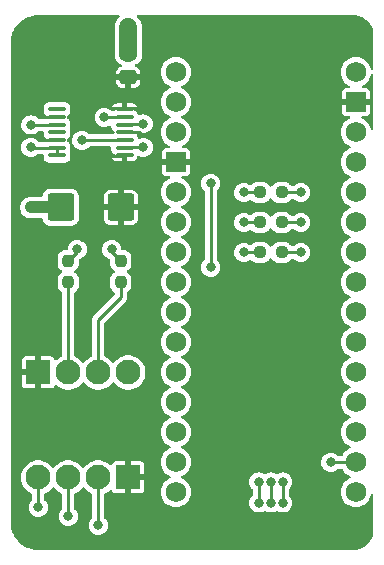
<source format=gtl>
G04 #@! TF.GenerationSoftware,KiCad,Pcbnew,7.0.2*
G04 #@! TF.CreationDate,2023-04-27T12:09:37-07:00*
G04 #@! TF.ProjectId,Flamingo Nano 33 BLE Rev 2,466c616d-696e-4676-9f20-4e616e6f2033,rev?*
G04 #@! TF.SameCoordinates,Original*
G04 #@! TF.FileFunction,Copper,L1,Top*
G04 #@! TF.FilePolarity,Positive*
%FSLAX46Y46*%
G04 Gerber Fmt 4.6, Leading zero omitted, Abs format (unit mm)*
G04 Created by KiCad (PCBNEW 7.0.2) date 2023-04-27 12:09:37*
%MOMM*%
%LPD*%
G01*
G04 APERTURE LIST*
G04 Aperture macros list*
%AMRoundRect*
0 Rectangle with rounded corners*
0 $1 Rounding radius*
0 $2 $3 $4 $5 $6 $7 $8 $9 X,Y pos of 4 corners*
0 Add a 4 corners polygon primitive as box body*
4,1,4,$2,$3,$4,$5,$6,$7,$8,$9,$2,$3,0*
0 Add four circle primitives for the rounded corners*
1,1,$1+$1,$2,$3*
1,1,$1+$1,$4,$5*
1,1,$1+$1,$6,$7*
1,1,$1+$1,$8,$9*
0 Add four rect primitives between the rounded corners*
20,1,$1+$1,$2,$3,$4,$5,0*
20,1,$1+$1,$4,$5,$6,$7,0*
20,1,$1+$1,$6,$7,$8,$9,0*
20,1,$1+$1,$8,$9,$2,$3,0*%
G04 Aperture macros list end*
G04 #@! TA.AperFunction,SMDPad,CuDef*
%ADD10RoundRect,0.237500X0.250000X0.237500X-0.250000X0.237500X-0.250000X-0.237500X0.250000X-0.237500X0*%
G04 #@! TD*
G04 #@! TA.AperFunction,SMDPad,CuDef*
%ADD11RoundRect,0.237500X-0.237500X0.250000X-0.237500X-0.250000X0.237500X-0.250000X0.237500X0.250000X0*%
G04 #@! TD*
G04 #@! TA.AperFunction,SMDPad,CuDef*
%ADD12RoundRect,0.250000X-0.875000X-0.925000X0.875000X-0.925000X0.875000X0.925000X-0.875000X0.925000X0*%
G04 #@! TD*
G04 #@! TA.AperFunction,ComponentPad*
%ADD13R,2.100000X2.100000*%
G04 #@! TD*
G04 #@! TA.AperFunction,ComponentPad*
%ADD14C,2.100000*%
G04 #@! TD*
G04 #@! TA.AperFunction,ComponentPad*
%ADD15C,1.727200*%
G04 #@! TD*
G04 #@! TA.AperFunction,ComponentPad*
%ADD16R,1.727200X1.727200*%
G04 #@! TD*
G04 #@! TA.AperFunction,SMDPad,CuDef*
%ADD17RoundRect,0.250000X-0.475000X0.337500X-0.475000X-0.337500X0.475000X-0.337500X0.475000X0.337500X0*%
G04 #@! TD*
G04 #@! TA.AperFunction,SMDPad,CuDef*
%ADD18RoundRect,0.100000X0.637500X0.100000X-0.637500X0.100000X-0.637500X-0.100000X0.637500X-0.100000X0*%
G04 #@! TD*
G04 #@! TA.AperFunction,ViaPad*
%ADD19C,0.800000*%
G04 #@! TD*
G04 #@! TA.AperFunction,ViaPad*
%ADD20C,1.000000*%
G04 #@! TD*
G04 #@! TA.AperFunction,Conductor*
%ADD21C,0.250000*%
G04 #@! TD*
G04 #@! TA.AperFunction,Conductor*
%ADD22C,1.500000*%
G04 #@! TD*
G04 #@! TA.AperFunction,Conductor*
%ADD23C,1.000000*%
G04 #@! TD*
G04 APERTURE END LIST*
D10*
G04 #@! TO.P,R3,1*
G04 #@! TO.N,+3V3*
X102512500Y-67310000D03*
G04 #@! TO.P,R3,2*
G04 #@! TO.N,/BUTT_A_TERM*
X100687500Y-67310000D03*
G04 #@! TD*
D11*
G04 #@! TO.P,R4,1*
G04 #@! TO.N,Net-(U1-1_5V)*
X84455000Y-73105000D03*
G04 #@! TO.P,R4,2*
G04 #@! TO.N,/DATA_TERM*
X84455000Y-74930000D03*
G04 #@! TD*
D12*
G04 #@! TO.P,C2,1*
G04 #@! TO.N,VBUS*
X83810000Y-68580000D03*
G04 #@! TO.P,C2,2*
G04 #@! TO.N,GND*
X88910000Y-68580000D03*
G04 #@! TD*
D11*
G04 #@! TO.P,R5,1*
G04 #@! TO.N,Net-(U1-2_5V)*
X88900000Y-73105000D03*
G04 #@! TO.P,R5,2*
G04 #@! TO.N,/CLOCK_TERM*
X88900000Y-74930000D03*
G04 #@! TD*
D10*
G04 #@! TO.P,R2,1*
G04 #@! TO.N,+3V3*
X102512500Y-69850000D03*
G04 #@! TO.P,R2,2*
G04 #@! TO.N,/BUTT_B_TERM*
X100687500Y-69850000D03*
G04 #@! TD*
D13*
G04 #@! TO.P,J2,1,Pin_1*
G04 #@! TO.N,GND*
X81915000Y-82550000D03*
D14*
G04 #@! TO.P,J2,2,Pin_2*
G04 #@! TO.N,/DATA_TERM*
X84455000Y-82550000D03*
G04 #@! TO.P,J2,3,Pin_3*
G04 #@! TO.N,/CLOCK_TERM*
X86995000Y-82550000D03*
G04 #@! TO.P,J2,4,Pin_4*
G04 #@! TO.N,VBUS*
X89535000Y-82550000D03*
G04 #@! TD*
D10*
G04 #@! TO.P,R1,1*
G04 #@! TO.N,+3V3*
X102512500Y-72390000D03*
G04 #@! TO.P,R1,2*
G04 #@! TO.N,/BUTT_C_TERM*
X100687500Y-72390000D03*
G04 #@! TD*
D15*
G04 #@! TO.P,XA1,3V3,3.3V*
G04 #@! TO.N,+3V3*
X108807500Y-90140000D03*
G04 #@! TO.P,XA1,5V,5V*
G04 #@! TO.N,VBUS*
X108807500Y-64740000D03*
G04 #@! TO.P,XA1,A0,A0*
G04 #@! TO.N,unconnected-(XA1-PadA0)*
X108807500Y-85060000D03*
G04 #@! TO.P,XA1,A1,A1*
G04 #@! TO.N,unconnected-(XA1-PadA1)*
X108807500Y-82520000D03*
G04 #@! TO.P,XA1,A2,A2*
G04 #@! TO.N,unconnected-(XA1-PadA2)*
X108807500Y-79980000D03*
G04 #@! TO.P,XA1,A3,A3*
G04 #@! TO.N,unconnected-(XA1-PadA3)*
X108807500Y-77440000D03*
G04 #@! TO.P,XA1,A4,A4/SDA*
G04 #@! TO.N,unconnected-(XA1-A4{slash}SDA-PadA4)*
X108807500Y-74900000D03*
G04 #@! TO.P,XA1,A5,A5/SCL*
G04 #@! TO.N,unconnected-(XA1-A5{slash}SCL-PadA5)*
X108807500Y-72360000D03*
G04 #@! TO.P,XA1,A6,A6*
G04 #@! TO.N,unconnected-(XA1-PadA6)*
X108807500Y-69820000D03*
G04 #@! TO.P,XA1,A7,A7*
G04 #@! TO.N,unconnected-(XA1-PadA7)*
X108807500Y-67280000D03*
G04 #@! TO.P,XA1,AREF,AREF*
G04 #@! TO.N,unconnected-(XA1-PadAREF)*
X108807500Y-87600000D03*
G04 #@! TO.P,XA1,D0,D0/RX*
G04 #@! TO.N,unconnected-(XA1-D0{slash}RX-PadD0)*
X93567500Y-59660000D03*
G04 #@! TO.P,XA1,D1,D1/TX*
G04 #@! TO.N,unconnected-(XA1-D1{slash}TX-PadD1)*
X93567500Y-57120000D03*
G04 #@! TO.P,XA1,D2,D2*
G04 #@! TO.N,/BUTT_A_TERM*
X93567500Y-67280000D03*
G04 #@! TO.P,XA1,D3,D3*
G04 #@! TO.N,/BUTT_B_TERM*
X93567500Y-69820000D03*
G04 #@! TO.P,XA1,D4,D4*
G04 #@! TO.N,/BUTT_C_TERM*
X93567500Y-72360000D03*
G04 #@! TO.P,XA1,D5,D5*
G04 #@! TO.N,unconnected-(XA1-PadD5)*
X93567500Y-74900000D03*
G04 #@! TO.P,XA1,D6,D6*
G04 #@! TO.N,unconnected-(XA1-PadD6)*
X93567500Y-77440000D03*
G04 #@! TO.P,XA1,D7,D7*
G04 #@! TO.N,unconnected-(XA1-PadD7)*
X93567500Y-79980000D03*
G04 #@! TO.P,XA1,D8,D8*
G04 #@! TO.N,unconnected-(XA1-PadD8)*
X93567500Y-82520000D03*
G04 #@! TO.P,XA1,D9,D9*
G04 #@! TO.N,unconnected-(XA1-PadD9)*
X93567500Y-85060000D03*
G04 #@! TO.P,XA1,D10,D10*
G04 #@! TO.N,unconnected-(XA1-PadD10)*
X93567500Y-87600000D03*
G04 #@! TO.P,XA1,D11,D11_MOSI*
G04 #@! TO.N,/DATA_MCU*
X93567500Y-90140000D03*
G04 #@! TO.P,XA1,D12,D12_MISO*
G04 #@! TO.N,unconnected-(XA1-D12_MISO-PadD12)*
X93567500Y-92680000D03*
G04 #@! TO.P,XA1,D13,D13_SCK*
G04 #@! TO.N,/CLOCK_MCU*
X108807500Y-92680000D03*
D16*
G04 #@! TO.P,XA1,GND1,GND*
G04 #@! TO.N,GND*
X93567500Y-64740000D03*
G04 #@! TO.P,XA1,GND2,GND*
X108807500Y-59660000D03*
D15*
G04 #@! TO.P,XA1,RST1,RESET*
G04 #@! TO.N,unconnected-(XA1-RESET-PadRST1)*
X93567500Y-62200000D03*
G04 #@! TO.P,XA1,RST2,RESET*
G04 #@! TO.N,unconnected-(XA1-RESET-PadRST2)*
X108807500Y-62200000D03*
G04 #@! TO.P,XA1,VIN,VIN*
G04 #@! TO.N,unconnected-(XA1-PadVIN)*
X108807500Y-57120000D03*
G04 #@! TD*
D17*
G04 #@! TO.P,C1,1*
G04 #@! TO.N,VBUS*
X89535000Y-55477500D03*
G04 #@! TO.P,C1,2*
G04 #@! TO.N,GND*
X89535000Y-57552500D03*
G04 #@! TD*
D18*
G04 #@! TO.P,U1,1,~{1_Enable}*
G04 #@! TO.N,GND*
X89222500Y-64180000D03*
G04 #@! TO.P,U1,2,1_3.3V*
G04 #@! TO.N,/DATA_MCU*
X89222500Y-63530000D03*
G04 #@! TO.P,U1,3,1_5V*
G04 #@! TO.N,Net-(U1-1_5V)*
X89222500Y-62880000D03*
G04 #@! TO.P,U1,4,~{2_Enable}*
G04 #@! TO.N,GND*
X89222500Y-62230000D03*
G04 #@! TO.P,U1,5,2_3.3V*
G04 #@! TO.N,/CLOCK_MCU*
X89222500Y-61580000D03*
G04 #@! TO.P,U1,6,2_5V*
G04 #@! TO.N,Net-(U1-2_5V)*
X89222500Y-60930000D03*
G04 #@! TO.P,U1,7,GND*
G04 #@! TO.N,GND*
X89222500Y-60280000D03*
G04 #@! TO.P,U1,8,3_5V*
G04 #@! TO.N,unconnected-(U1-3_5V-Pad8)*
X83497500Y-60280000D03*
G04 #@! TO.P,U1,9,3_3.3V*
G04 #@! TO.N,GND*
X83497500Y-60930000D03*
G04 #@! TO.P,U1,10,~{3_Enable}*
G04 #@! TO.N,VBUS*
X83497500Y-61580000D03*
G04 #@! TO.P,U1,11,4_5V*
G04 #@! TO.N,unconnected-(U1-4_5V-Pad11)*
X83497500Y-62230000D03*
G04 #@! TO.P,U1,12,4_3.3V*
G04 #@! TO.N,GND*
X83497500Y-62880000D03*
G04 #@! TO.P,U1,13,~{4_Enable}*
G04 #@! TO.N,VBUS*
X83497500Y-63530000D03*
G04 #@! TO.P,U1,14,VCC*
X83497500Y-64180000D03*
G04 #@! TD*
D13*
G04 #@! TO.P,J1,1,Pin_1*
G04 #@! TO.N,GND*
X89535000Y-91440000D03*
D14*
G04 #@! TO.P,J1,2,Pin_2*
G04 #@! TO.N,/BUTT_A_TERM*
X86995000Y-91440000D03*
G04 #@! TO.P,J1,3,Pin_3*
G04 #@! TO.N,/BUTT_B_TERM*
X84455000Y-91440000D03*
G04 #@! TO.P,J1,4,Pin_4*
G04 #@! TO.N,/BUTT_C_TERM*
X81915000Y-91440000D03*
G04 #@! TD*
D19*
G04 #@! TO.N,GND*
X90805000Y-71374000D03*
X85471000Y-56134000D03*
X82423000Y-53975000D03*
X105029000Y-91955500D03*
X105029000Y-93472000D03*
X97536000Y-86360000D03*
X95504000Y-86360000D03*
X99568000Y-86360000D03*
X105156000Y-86360000D03*
X97155000Y-57785000D03*
X99695000Y-55245000D03*
G04 #@! TO.N,/BUTT_A_TERM*
X86995000Y-95504000D03*
X99314000Y-67310000D03*
X102616000Y-93599000D03*
X102616000Y-91821000D03*
G04 #@! TO.N,/BUTT_B_TERM*
X101600000Y-91821000D03*
X84455000Y-94742000D03*
X101600000Y-93599000D03*
X99314000Y-69850000D03*
G04 #@! TO.N,/BUTT_C_TERM*
X81915000Y-93980000D03*
X100584000Y-91821000D03*
X100584000Y-93599000D03*
X99314000Y-72390000D03*
G04 #@! TO.N,VBUS*
X81280000Y-61595000D03*
X81280000Y-63500000D03*
X81280000Y-68580000D03*
D20*
X89535000Y-53340000D03*
D19*
G04 #@! TO.N,Net-(U1-1_5V)*
X85598000Y-62902682D03*
X85217000Y-72136000D03*
G04 #@! TO.N,Net-(U1-2_5V)*
X87503000Y-60960000D03*
X88138000Y-72136000D03*
G04 #@! TO.N,/CLOCK_MCU*
X96520000Y-66548000D03*
X96520000Y-73660000D03*
X90805000Y-61505500D03*
G04 #@! TO.N,/DATA_MCU*
X90805000Y-63500000D03*
G04 #@! TO.N,+3V3*
X104140000Y-72390000D03*
X104140000Y-69850000D03*
X106680000Y-90170000D03*
X104140000Y-67310000D03*
G04 #@! TD*
D21*
G04 #@! TO.N,GND*
X90805000Y-71374000D02*
X90805000Y-70739000D01*
X83312000Y-53975000D02*
X85471000Y-56134000D01*
X82423000Y-53975000D02*
X83312000Y-53975000D01*
X105029000Y-93472000D02*
X105029000Y-91955500D01*
G04 #@! TO.N,/BUTT_C_TERM*
X81915000Y-93980000D02*
X81915000Y-91440000D01*
G04 #@! TO.N,/BUTT_B_TERM*
X84455000Y-94742000D02*
X84455000Y-91440000D01*
G04 #@! TO.N,/BUTT_A_TERM*
X86995000Y-95504000D02*
X86995000Y-91440000D01*
G04 #@! TO.N,GND*
X97536000Y-86360000D02*
X95504000Y-86360000D01*
G04 #@! TO.N,/CLOCK_MCU*
X96520000Y-73660000D02*
X96520000Y-66548000D01*
G04 #@! TO.N,GND*
X105156000Y-86360000D02*
X99568000Y-86360000D01*
G04 #@! TO.N,Net-(U1-1_5V)*
X87510609Y-62880000D02*
X89222500Y-62880000D01*
X85598000Y-62902682D02*
X87510609Y-62880000D01*
G04 #@! TO.N,GND*
X99695000Y-55245000D02*
X97155000Y-57785000D01*
X83497500Y-62880000D02*
X82361800Y-62880000D01*
X90474800Y-62230000D02*
X90703400Y-62458600D01*
X82361800Y-62880000D02*
X82067400Y-62585600D01*
X89222500Y-62230000D02*
X90474800Y-62230000D01*
X82453000Y-60930000D02*
X82367600Y-60930000D01*
X83497500Y-60930000D02*
X82453000Y-60930000D01*
G04 #@! TO.N,/BUTT_A_TERM*
X100687500Y-67310000D02*
X99314000Y-67310000D01*
X102616000Y-91821000D02*
X102616000Y-93599000D01*
G04 #@! TO.N,/BUTT_B_TERM*
X101600000Y-91821000D02*
X101600000Y-93599000D01*
X99314000Y-69850000D02*
X100687500Y-69850000D01*
G04 #@! TO.N,/BUTT_C_TERM*
X99314000Y-72390000D02*
X100687500Y-72390000D01*
X100584000Y-91821000D02*
X100584000Y-93599000D01*
G04 #@! TO.N,/DATA_TERM*
X84455000Y-74930000D02*
X84455000Y-82550000D01*
G04 #@! TO.N,/CLOCK_TERM*
X88900000Y-76200000D02*
X86995000Y-78105000D01*
X86995000Y-78105000D02*
X86995000Y-82550000D01*
X88900000Y-74930000D02*
X88900000Y-76200000D01*
G04 #@! TO.N,VBUS*
X81280000Y-63500000D02*
X81310000Y-63530000D01*
X83497500Y-63530000D02*
X83497500Y-64180000D01*
X81310000Y-63530000D02*
X83497500Y-63530000D01*
D22*
X89535000Y-53340000D02*
X89535000Y-55477500D01*
D21*
X81295000Y-61580000D02*
X81280000Y-61595000D01*
D23*
X81280000Y-68580000D02*
X83810000Y-68580000D01*
D21*
X83497500Y-61580000D02*
X81295000Y-61580000D01*
G04 #@! TO.N,Net-(U1-1_5V)*
X85217000Y-72343000D02*
X84455000Y-73105000D01*
X85217000Y-72136000D02*
X85217000Y-72343000D01*
G04 #@! TO.N,Net-(U1-2_5V)*
X87533000Y-60930000D02*
X87503000Y-60960000D01*
X89222500Y-60930000D02*
X87533000Y-60930000D01*
X88138000Y-72343000D02*
X88900000Y-73105000D01*
X88138000Y-72136000D02*
X88138000Y-72343000D01*
G04 #@! TO.N,/CLOCK_MCU*
X89297000Y-61505500D02*
X89222500Y-61580000D01*
X90805000Y-61505500D02*
X89297000Y-61505500D01*
G04 #@! TO.N,/DATA_MCU*
X90805000Y-63500000D02*
X89252500Y-63500000D01*
X89252500Y-63500000D02*
X89222500Y-63530000D01*
G04 #@! TO.N,+3V3*
X102512500Y-69850000D02*
X104140000Y-69850000D01*
X102512500Y-67310000D02*
X104140000Y-67310000D01*
X106680000Y-90170000D02*
X108777500Y-90170000D01*
X102512500Y-72390000D02*
X104140000Y-72390000D01*
X108777500Y-90170000D02*
X108807500Y-90140000D01*
G04 #@! TD*
G04 #@! TA.AperFunction,Conductor*
G04 #@! TO.N,GND*
G36*
X88747399Y-52290185D02*
G01*
X88793154Y-52342989D01*
X88803098Y-52412147D01*
X88774073Y-52475703D01*
X88763899Y-52486137D01*
X88681126Y-52561594D01*
X88552631Y-52731747D01*
X88457595Y-52922609D01*
X88399243Y-53127689D01*
X88386342Y-53266925D01*
X88384500Y-53286806D01*
X88384500Y-55530694D01*
X88384764Y-55533553D01*
X88384765Y-55533554D01*
X88399243Y-55689806D01*
X88399243Y-55689809D01*
X88399244Y-55689810D01*
X88404766Y-55709219D01*
X88409500Y-55743151D01*
X88409500Y-55880694D01*
X88409690Y-55883114D01*
X88409691Y-55883128D01*
X88412402Y-55917572D01*
X88458255Y-56075397D01*
X88458256Y-56075398D01*
X88541919Y-56216865D01*
X88658135Y-56333081D01*
X88799602Y-56416744D01*
X88850881Y-56431641D01*
X88903262Y-56446860D01*
X88962148Y-56484466D01*
X88991354Y-56547938D01*
X88981608Y-56617125D01*
X88936004Y-56670059D01*
X88914158Y-56681290D01*
X88787905Y-56731078D01*
X88667434Y-56822434D01*
X88576078Y-56942906D01*
X88520614Y-57083551D01*
X88510440Y-57168276D01*
X88510000Y-57175640D01*
X88510000Y-57302500D01*
X90560000Y-57302500D01*
X90560000Y-57175640D01*
X90559559Y-57168276D01*
X90549385Y-57083551D01*
X90493921Y-56942906D01*
X90402565Y-56822434D01*
X90282093Y-56731078D01*
X90155841Y-56681290D01*
X90100697Y-56638384D01*
X90077504Y-56572477D01*
X90093625Y-56504492D01*
X90143942Y-56456016D01*
X90166730Y-56446861D01*
X90270398Y-56416744D01*
X90411865Y-56333081D01*
X90528081Y-56216865D01*
X90611744Y-56075398D01*
X90657598Y-55917569D01*
X90660500Y-55880694D01*
X90660500Y-55743152D01*
X90665233Y-55709219D01*
X90670756Y-55689810D01*
X90685500Y-55530694D01*
X90685500Y-53286806D01*
X90670756Y-53127690D01*
X90612405Y-52922611D01*
X90580661Y-52858859D01*
X90517368Y-52731747D01*
X90388873Y-52561594D01*
X90363514Y-52538476D01*
X90306100Y-52486136D01*
X90269820Y-52426425D01*
X90271581Y-52356578D01*
X90310825Y-52298770D01*
X90375092Y-52271356D01*
X90389640Y-52270500D01*
X108545118Y-52270500D01*
X108580572Y-52270500D01*
X108589418Y-52270816D01*
X108818736Y-52287216D01*
X108836237Y-52289733D01*
X109056550Y-52337659D01*
X109073515Y-52342640D01*
X109284771Y-52421434D01*
X109300854Y-52428780D01*
X109498741Y-52536834D01*
X109513615Y-52546392D01*
X109693092Y-52680748D01*
X109694113Y-52681512D01*
X109707483Y-52693098D01*
X109866901Y-52852516D01*
X109878487Y-52865886D01*
X109920949Y-52922609D01*
X110013603Y-53046379D01*
X110023168Y-53061263D01*
X110131217Y-53259140D01*
X110138567Y-53275234D01*
X110217357Y-53486479D01*
X110222341Y-53503454D01*
X110270265Y-53723756D01*
X110272783Y-53741268D01*
X110289184Y-53970581D01*
X110289500Y-53979427D01*
X110289500Y-56824916D01*
X110269815Y-56891955D01*
X110217011Y-56937710D01*
X110147853Y-56947654D01*
X110084297Y-56918629D01*
X110046523Y-56859851D01*
X110045725Y-56857010D01*
X110011981Y-56731078D01*
X109999903Y-56686001D01*
X109906425Y-56485536D01*
X109779556Y-56304348D01*
X109623152Y-56147944D01*
X109441965Y-56021075D01*
X109441962Y-56021074D01*
X109441960Y-56021072D01*
X109241502Y-55927598D01*
X109241499Y-55927597D01*
X109066455Y-55880694D01*
X109027844Y-55870348D01*
X108807500Y-55851070D01*
X108587155Y-55870348D01*
X108373499Y-55927597D01*
X108173035Y-56021075D01*
X107991847Y-56147944D01*
X107835444Y-56304347D01*
X107708575Y-56485535D01*
X107615097Y-56685999D01*
X107557848Y-56899655D01*
X107538570Y-57120000D01*
X107557848Y-57340344D01*
X107615098Y-57554002D01*
X107708572Y-57754460D01*
X107708574Y-57754462D01*
X107708575Y-57754465D01*
X107835444Y-57935652D01*
X107991848Y-58092056D01*
X108173035Y-58218925D01*
X108261164Y-58260020D01*
X108313600Y-58306189D01*
X108332753Y-58373383D01*
X108312538Y-58440264D01*
X108259373Y-58485599D01*
X108208757Y-58496400D01*
X107902686Y-58496400D01*
X107895564Y-58496812D01*
X107874023Y-58499310D01*
X107771420Y-58544613D01*
X107692114Y-58623919D01*
X107646809Y-58726525D01*
X107644311Y-58748059D01*
X107643900Y-58755180D01*
X107643900Y-59410000D01*
X108364304Y-59410000D01*
X108340655Y-59446799D01*
X108299500Y-59586961D01*
X108299500Y-59733039D01*
X108340655Y-59873201D01*
X108364304Y-59910000D01*
X107643901Y-59910000D01*
X107643901Y-60564813D01*
X107644312Y-60571935D01*
X107646810Y-60593476D01*
X107692113Y-60696079D01*
X107771419Y-60775385D01*
X107874025Y-60820690D01*
X107895559Y-60823188D01*
X107902680Y-60823599D01*
X108208756Y-60823599D01*
X108275795Y-60843283D01*
X108321550Y-60896087D01*
X108331494Y-60965246D01*
X108302469Y-61028801D01*
X108261162Y-61059981D01*
X108173033Y-61101076D01*
X107991847Y-61227944D01*
X107835444Y-61384347D01*
X107708575Y-61565535D01*
X107615097Y-61765999D01*
X107557848Y-61979655D01*
X107538570Y-62200000D01*
X107557848Y-62420344D01*
X107615098Y-62634002D01*
X107708572Y-62834460D01*
X107708574Y-62834462D01*
X107708575Y-62834465D01*
X107835444Y-63015652D01*
X107991848Y-63172056D01*
X108173035Y-63298925D01*
X108173038Y-63298926D01*
X108173039Y-63298927D01*
X108298903Y-63357618D01*
X108351343Y-63403790D01*
X108370495Y-63470983D01*
X108350279Y-63537865D01*
X108298904Y-63582382D01*
X108173035Y-63641075D01*
X107991847Y-63767944D01*
X107835444Y-63924347D01*
X107708575Y-64105535D01*
X107615097Y-64305999D01*
X107557848Y-64519655D01*
X107538570Y-64739999D01*
X107557848Y-64960344D01*
X107615098Y-65174002D01*
X107708572Y-65374460D01*
X107708574Y-65374462D01*
X107708575Y-65374465D01*
X107835444Y-65555652D01*
X107991848Y-65712056D01*
X108173035Y-65838925D01*
X108173038Y-65838926D01*
X108173039Y-65838927D01*
X108298903Y-65897618D01*
X108351343Y-65943790D01*
X108370495Y-66010983D01*
X108350279Y-66077865D01*
X108298904Y-66122382D01*
X108173035Y-66181075D01*
X107991847Y-66307944D01*
X107835444Y-66464347D01*
X107708575Y-66645535D01*
X107615097Y-66845999D01*
X107557848Y-67059655D01*
X107538570Y-67279999D01*
X107557848Y-67500344D01*
X107615098Y-67714002D01*
X107708572Y-67914460D01*
X107708574Y-67914462D01*
X107708575Y-67914465D01*
X107835444Y-68095652D01*
X107991848Y-68252056D01*
X108173035Y-68378925D01*
X108173038Y-68378926D01*
X108173039Y-68378927D01*
X108298903Y-68437618D01*
X108351343Y-68483790D01*
X108370495Y-68550983D01*
X108350279Y-68617865D01*
X108298904Y-68662382D01*
X108173035Y-68721075D01*
X107991847Y-68847944D01*
X107835444Y-69004347D01*
X107708575Y-69185535D01*
X107615097Y-69385999D01*
X107557848Y-69599655D01*
X107538570Y-69820000D01*
X107557848Y-70040344D01*
X107615098Y-70254002D01*
X107708572Y-70454460D01*
X107708574Y-70454462D01*
X107708575Y-70454465D01*
X107835444Y-70635652D01*
X107991848Y-70792056D01*
X108173035Y-70918925D01*
X108173038Y-70918926D01*
X108173039Y-70918927D01*
X108298903Y-70977618D01*
X108351343Y-71023790D01*
X108370495Y-71090983D01*
X108350279Y-71157865D01*
X108298904Y-71202382D01*
X108173035Y-71261075D01*
X107991847Y-71387944D01*
X107835444Y-71544347D01*
X107708575Y-71725535D01*
X107615097Y-71925999D01*
X107557848Y-72139655D01*
X107538570Y-72359999D01*
X107557848Y-72580344D01*
X107557849Y-72580347D01*
X107614826Y-72792989D01*
X107615098Y-72794002D01*
X107708572Y-72994460D01*
X107708574Y-72994462D01*
X107708575Y-72994465D01*
X107835444Y-73175652D01*
X107991848Y-73332056D01*
X108173035Y-73458925D01*
X108173038Y-73458926D01*
X108173039Y-73458927D01*
X108298903Y-73517618D01*
X108351343Y-73563790D01*
X108370495Y-73630983D01*
X108350279Y-73697865D01*
X108298904Y-73742382D01*
X108173035Y-73801075D01*
X107991847Y-73927944D01*
X107835444Y-74084347D01*
X107708575Y-74265535D01*
X107615097Y-74465999D01*
X107557848Y-74679655D01*
X107538570Y-74899999D01*
X107557848Y-75120344D01*
X107557849Y-75120347D01*
X107600788Y-75280599D01*
X107615098Y-75334002D01*
X107708572Y-75534460D01*
X107708574Y-75534462D01*
X107708575Y-75534465D01*
X107835444Y-75715652D01*
X107991848Y-75872056D01*
X108173035Y-75998925D01*
X108173038Y-75998926D01*
X108173039Y-75998927D01*
X108298903Y-76057618D01*
X108351343Y-76103790D01*
X108370495Y-76170983D01*
X108350279Y-76237865D01*
X108298904Y-76282382D01*
X108173035Y-76341075D01*
X107991847Y-76467944D01*
X107835444Y-76624347D01*
X107708575Y-76805535D01*
X107615097Y-77005999D01*
X107557848Y-77219655D01*
X107538570Y-77440000D01*
X107557848Y-77660344D01*
X107575724Y-77727059D01*
X107607333Y-77845025D01*
X107615098Y-77874002D01*
X107708572Y-78074460D01*
X107708574Y-78074462D01*
X107708575Y-78074465D01*
X107835444Y-78255652D01*
X107991848Y-78412056D01*
X108173035Y-78538925D01*
X108173038Y-78538926D01*
X108173039Y-78538927D01*
X108298903Y-78597618D01*
X108351343Y-78643790D01*
X108370495Y-78710983D01*
X108350279Y-78777865D01*
X108298904Y-78822382D01*
X108173035Y-78881075D01*
X107991847Y-79007944D01*
X107835444Y-79164347D01*
X107708575Y-79345535D01*
X107615097Y-79545999D01*
X107557848Y-79759655D01*
X107538570Y-79980000D01*
X107557848Y-80200344D01*
X107615098Y-80414002D01*
X107708572Y-80614460D01*
X107708574Y-80614462D01*
X107708575Y-80614465D01*
X107835444Y-80795652D01*
X107991848Y-80952056D01*
X108173035Y-81078925D01*
X108173038Y-81078926D01*
X108173039Y-81078927D01*
X108298903Y-81137618D01*
X108351343Y-81183790D01*
X108370495Y-81250983D01*
X108350279Y-81317865D01*
X108298904Y-81362382D01*
X108173035Y-81421075D01*
X107991847Y-81547944D01*
X107835444Y-81704347D01*
X107708575Y-81885535D01*
X107615097Y-82085999D01*
X107557848Y-82299655D01*
X107538570Y-82520000D01*
X107557848Y-82740344D01*
X107615098Y-82954002D01*
X107708572Y-83154460D01*
X107708574Y-83154462D01*
X107708575Y-83154465D01*
X107835444Y-83335652D01*
X107991848Y-83492056D01*
X108173035Y-83618925D01*
X108173038Y-83618926D01*
X108173039Y-83618927D01*
X108298903Y-83677618D01*
X108351343Y-83723790D01*
X108370495Y-83790983D01*
X108350279Y-83857865D01*
X108298904Y-83902382D01*
X108173035Y-83961075D01*
X107991847Y-84087944D01*
X107835444Y-84244347D01*
X107708575Y-84425535D01*
X107615097Y-84625999D01*
X107557848Y-84839655D01*
X107538570Y-85059999D01*
X107557848Y-85280344D01*
X107615098Y-85494002D01*
X107708572Y-85694460D01*
X107708574Y-85694462D01*
X107708575Y-85694465D01*
X107835444Y-85875652D01*
X107991848Y-86032056D01*
X108173035Y-86158925D01*
X108173038Y-86158926D01*
X108173039Y-86158927D01*
X108298903Y-86217618D01*
X108351343Y-86263790D01*
X108370495Y-86330983D01*
X108350279Y-86397865D01*
X108298904Y-86442382D01*
X108173035Y-86501075D01*
X107991847Y-86627944D01*
X107835444Y-86784347D01*
X107708575Y-86965535D01*
X107615097Y-87165999D01*
X107557848Y-87379655D01*
X107538570Y-87600000D01*
X107557848Y-87820344D01*
X107615098Y-88034002D01*
X107708572Y-88234460D01*
X107708574Y-88234462D01*
X107708575Y-88234465D01*
X107835444Y-88415652D01*
X107991848Y-88572056D01*
X108173035Y-88698925D01*
X108173038Y-88698926D01*
X108173039Y-88698927D01*
X108298903Y-88757618D01*
X108351343Y-88803790D01*
X108370495Y-88870983D01*
X108350279Y-88937865D01*
X108298904Y-88982382D01*
X108173035Y-89041075D01*
X107991847Y-89167944D01*
X107835444Y-89324347D01*
X107708575Y-89505535D01*
X107677160Y-89572905D01*
X107630987Y-89625344D01*
X107564778Y-89644500D01*
X107337940Y-89644500D01*
X107270901Y-89624815D01*
X107250263Y-89608185D01*
X107182262Y-89540184D01*
X107029522Y-89444211D01*
X106859255Y-89384632D01*
X106859253Y-89384631D01*
X106859251Y-89384631D01*
X106680000Y-89364434D01*
X106500748Y-89384631D01*
X106500745Y-89384631D01*
X106500745Y-89384632D01*
X106330478Y-89444211D01*
X106330476Y-89444211D01*
X106330476Y-89444212D01*
X106177735Y-89540185D01*
X106050185Y-89667735D01*
X105954212Y-89820476D01*
X105954211Y-89820478D01*
X105902712Y-89967654D01*
X105894631Y-89990748D01*
X105874434Y-90169999D01*
X105894631Y-90349251D01*
X105894631Y-90349253D01*
X105894632Y-90349255D01*
X105954211Y-90519522D01*
X105988441Y-90573999D01*
X106050185Y-90672264D01*
X106177735Y-90799814D01*
X106177737Y-90799815D01*
X106177738Y-90799816D01*
X106330478Y-90895789D01*
X106500745Y-90955368D01*
X106680000Y-90975565D01*
X106859255Y-90955368D01*
X107029522Y-90895789D01*
X107182262Y-90799816D01*
X107250260Y-90731817D01*
X107311581Y-90698334D01*
X107337940Y-90695500D01*
X107592757Y-90695500D01*
X107659796Y-90715185D01*
X107705140Y-90767098D01*
X107708573Y-90774462D01*
X107708574Y-90774464D01*
X107708575Y-90774465D01*
X107835444Y-90955652D01*
X107991848Y-91112056D01*
X108173035Y-91238925D01*
X108173038Y-91238926D01*
X108173039Y-91238927D01*
X108298903Y-91297618D01*
X108351343Y-91343790D01*
X108370495Y-91410983D01*
X108350279Y-91477865D01*
X108298904Y-91522382D01*
X108173035Y-91581075D01*
X107991847Y-91707944D01*
X107835444Y-91864347D01*
X107708575Y-92045535D01*
X107615097Y-92245999D01*
X107557848Y-92459655D01*
X107538570Y-92679999D01*
X107557848Y-92900344D01*
X107615098Y-93114002D01*
X107708572Y-93314460D01*
X107708574Y-93314462D01*
X107708575Y-93314465D01*
X107835444Y-93495652D01*
X107991848Y-93652056D01*
X108173035Y-93778925D01*
X108173038Y-93778926D01*
X108173039Y-93778927D01*
X108219835Y-93800748D01*
X108373501Y-93872403D01*
X108587153Y-93929651D01*
X108807500Y-93948929D01*
X109027847Y-93929651D01*
X109241499Y-93872403D01*
X109441965Y-93778925D01*
X109623152Y-93652056D01*
X109779556Y-93495652D01*
X109906425Y-93314465D01*
X109999903Y-93113999D01*
X110045725Y-92942988D01*
X110082090Y-92883329D01*
X110144937Y-92852800D01*
X110214313Y-92861095D01*
X110268191Y-92905580D01*
X110289465Y-92972132D01*
X110289500Y-92975083D01*
X110289500Y-95880572D01*
X110289184Y-95889418D01*
X110272783Y-96118731D01*
X110270265Y-96136243D01*
X110222341Y-96356545D01*
X110217357Y-96373520D01*
X110138567Y-96584765D01*
X110131217Y-96600859D01*
X110023168Y-96798736D01*
X110013603Y-96813620D01*
X109878487Y-96994113D01*
X109866901Y-97007483D01*
X109707483Y-97166901D01*
X109694113Y-97178487D01*
X109513620Y-97313603D01*
X109498736Y-97323168D01*
X109300859Y-97431217D01*
X109284765Y-97438567D01*
X109073520Y-97517357D01*
X109056545Y-97522341D01*
X108836243Y-97570265D01*
X108818731Y-97572783D01*
X108589418Y-97589184D01*
X108580572Y-97589500D01*
X81918751Y-97589500D01*
X81911264Y-97589274D01*
X81640490Y-97572894D01*
X81625625Y-97571089D01*
X81362492Y-97522868D01*
X81347954Y-97519284D01*
X81092569Y-97439703D01*
X81078568Y-97434394D01*
X80834618Y-97324601D01*
X80821359Y-97317642D01*
X80592431Y-97179251D01*
X80580108Y-97170745D01*
X80369526Y-97005764D01*
X80358318Y-96995834D01*
X80169165Y-96806681D01*
X80159235Y-96795473D01*
X79994250Y-96584885D01*
X79985752Y-96572574D01*
X79847356Y-96343639D01*
X79840398Y-96330381D01*
X79730603Y-96086427D01*
X79725296Y-96072430D01*
X79705799Y-96009863D01*
X79645714Y-95817044D01*
X79642131Y-95802507D01*
X79620277Y-95683255D01*
X79593909Y-95539372D01*
X79592105Y-95524509D01*
X79590864Y-95504000D01*
X79575726Y-95253736D01*
X79575500Y-95246249D01*
X79575500Y-91440000D01*
X80459528Y-91440000D01*
X80479379Y-91679558D01*
X80479379Y-91679561D01*
X80479380Y-91679563D01*
X80538390Y-91912591D01*
X80634951Y-92132728D01*
X80766429Y-92333969D01*
X80929236Y-92510825D01*
X81118933Y-92658472D01*
X81324518Y-92769729D01*
X81374108Y-92818948D01*
X81389500Y-92878783D01*
X81389500Y-93322059D01*
X81369815Y-93389098D01*
X81353181Y-93409740D01*
X81285185Y-93477735D01*
X81208990Y-93599000D01*
X81189211Y-93630478D01*
X81129632Y-93800745D01*
X81129631Y-93800748D01*
X81109434Y-93979999D01*
X81129631Y-94159251D01*
X81129631Y-94159253D01*
X81129632Y-94159255D01*
X81189211Y-94329522D01*
X81189212Y-94329523D01*
X81285185Y-94482264D01*
X81412735Y-94609814D01*
X81412737Y-94609815D01*
X81412738Y-94609816D01*
X81565478Y-94705789D01*
X81735745Y-94765368D01*
X81870186Y-94780515D01*
X81914999Y-94785565D01*
X81914999Y-94785564D01*
X81915000Y-94785565D01*
X82094255Y-94765368D01*
X82264522Y-94705789D01*
X82417262Y-94609816D01*
X82544816Y-94482262D01*
X82640789Y-94329522D01*
X82700368Y-94159255D01*
X82720565Y-93980000D01*
X82700368Y-93800745D01*
X82640789Y-93630478D01*
X82544816Y-93477738D01*
X82544815Y-93477737D01*
X82544814Y-93477735D01*
X82476819Y-93409740D01*
X82443334Y-93348417D01*
X82440500Y-93322059D01*
X82440500Y-92878783D01*
X82460185Y-92811744D01*
X82505481Y-92769729D01*
X82711067Y-92658472D01*
X82900764Y-92510825D01*
X83063571Y-92333969D01*
X83081192Y-92306998D01*
X83134337Y-92261642D01*
X83203568Y-92252218D01*
X83266904Y-92281719D01*
X83288807Y-92306996D01*
X83306429Y-92333969D01*
X83469236Y-92510825D01*
X83658933Y-92658472D01*
X83864518Y-92769729D01*
X83914108Y-92818948D01*
X83929500Y-92878783D01*
X83929500Y-94084058D01*
X83909815Y-94151097D01*
X83893182Y-94171739D01*
X83825183Y-94239738D01*
X83729212Y-94392476D01*
X83669631Y-94562748D01*
X83649434Y-94741999D01*
X83669631Y-94921251D01*
X83669631Y-94921253D01*
X83669632Y-94921255D01*
X83729211Y-95091522D01*
X83729212Y-95091523D01*
X83825185Y-95244264D01*
X83952735Y-95371814D01*
X83952737Y-95371815D01*
X83952738Y-95371816D01*
X84105478Y-95467789D01*
X84275745Y-95527368D01*
X84410186Y-95542515D01*
X84454999Y-95547565D01*
X84454999Y-95547564D01*
X84455000Y-95547565D01*
X84634255Y-95527368D01*
X84804522Y-95467789D01*
X84957262Y-95371816D01*
X85084816Y-95244262D01*
X85180789Y-95091522D01*
X85240368Y-94921255D01*
X85260565Y-94742000D01*
X85240368Y-94562745D01*
X85180789Y-94392478D01*
X85084816Y-94239738D01*
X85084815Y-94239737D01*
X85084814Y-94239735D01*
X85016819Y-94171740D01*
X84983334Y-94110417D01*
X84980500Y-94084059D01*
X84980500Y-92878783D01*
X85000185Y-92811744D01*
X85045481Y-92769729D01*
X85251067Y-92658472D01*
X85440764Y-92510825D01*
X85603571Y-92333969D01*
X85621192Y-92306998D01*
X85674337Y-92261642D01*
X85743568Y-92252218D01*
X85806904Y-92281719D01*
X85828807Y-92306996D01*
X85846429Y-92333969D01*
X86009236Y-92510825D01*
X86198933Y-92658472D01*
X86404518Y-92769729D01*
X86454108Y-92818948D01*
X86469500Y-92878783D01*
X86469500Y-94846059D01*
X86449815Y-94913098D01*
X86433181Y-94933740D01*
X86365185Y-95001735D01*
X86308768Y-95091523D01*
X86269211Y-95154478D01*
X86234479Y-95253736D01*
X86209631Y-95324748D01*
X86189434Y-95504000D01*
X86209631Y-95683251D01*
X86209631Y-95683253D01*
X86209632Y-95683255D01*
X86269211Y-95853522D01*
X86269212Y-95853523D01*
X86365185Y-96006264D01*
X86492735Y-96133814D01*
X86492737Y-96133815D01*
X86492738Y-96133816D01*
X86645478Y-96229789D01*
X86815745Y-96289368D01*
X86995000Y-96309565D01*
X87174255Y-96289368D01*
X87344522Y-96229789D01*
X87497262Y-96133816D01*
X87624816Y-96006262D01*
X87720789Y-95853522D01*
X87780368Y-95683255D01*
X87800565Y-95504000D01*
X87780368Y-95324745D01*
X87720789Y-95154478D01*
X87624816Y-95001738D01*
X87624815Y-95001737D01*
X87624814Y-95001735D01*
X87556819Y-94933740D01*
X87523334Y-94872417D01*
X87520500Y-94846059D01*
X87520500Y-92878783D01*
X87540185Y-92811744D01*
X87585481Y-92769729D01*
X87791067Y-92658472D01*
X87969571Y-92519537D01*
X87988873Y-92504514D01*
X87990368Y-92506435D01*
X88037793Y-92477927D01*
X88107631Y-92480019D01*
X88165252Y-92519537D01*
X88182584Y-92547812D01*
X88233213Y-92662479D01*
X88312519Y-92741785D01*
X88415125Y-92787090D01*
X88436659Y-92789588D01*
X88443780Y-92789999D01*
X89284999Y-92789999D01*
X89285000Y-92789998D01*
X89285000Y-91931683D01*
X89313819Y-91949209D01*
X89459404Y-91990000D01*
X89572622Y-91990000D01*
X89684783Y-91974584D01*
X89785000Y-91931053D01*
X89785000Y-92789999D01*
X90626214Y-92789999D01*
X90633335Y-92789587D01*
X90654876Y-92787089D01*
X90757479Y-92741786D01*
X90819265Y-92680000D01*
X92298570Y-92680000D01*
X92317848Y-92900344D01*
X92375098Y-93114002D01*
X92468572Y-93314460D01*
X92468574Y-93314462D01*
X92468575Y-93314465D01*
X92595444Y-93495652D01*
X92751848Y-93652056D01*
X92933035Y-93778925D01*
X92933038Y-93778926D01*
X92933039Y-93778927D01*
X92979835Y-93800748D01*
X93133501Y-93872403D01*
X93347153Y-93929651D01*
X93494051Y-93942502D01*
X93567499Y-93948929D01*
X93567499Y-93948928D01*
X93567500Y-93948929D01*
X93787847Y-93929651D01*
X94001499Y-93872403D01*
X94201965Y-93778925D01*
X94383152Y-93652056D01*
X94436209Y-93598999D01*
X99778434Y-93598999D01*
X99798631Y-93778251D01*
X99798631Y-93778253D01*
X99798632Y-93778255D01*
X99858211Y-93948522D01*
X99877990Y-93980000D01*
X99954185Y-94101264D01*
X100081735Y-94228814D01*
X100081737Y-94228815D01*
X100081738Y-94228816D01*
X100234478Y-94324789D01*
X100404745Y-94384368D01*
X100584000Y-94404565D01*
X100763255Y-94384368D01*
X100933522Y-94324789D01*
X101026029Y-94266662D01*
X101093264Y-94247663D01*
X101157970Y-94266662D01*
X101250478Y-94324789D01*
X101420745Y-94384368D01*
X101600000Y-94404565D01*
X101779255Y-94384368D01*
X101949522Y-94324789D01*
X102042029Y-94266662D01*
X102109264Y-94247663D01*
X102173970Y-94266662D01*
X102266478Y-94324789D01*
X102436745Y-94384368D01*
X102616000Y-94404565D01*
X102795255Y-94384368D01*
X102965522Y-94324789D01*
X103118262Y-94228816D01*
X103245816Y-94101262D01*
X103341789Y-93948522D01*
X103401368Y-93778255D01*
X103421565Y-93599000D01*
X103401368Y-93419745D01*
X103341789Y-93249478D01*
X103245816Y-93096738D01*
X103245815Y-93096737D01*
X103245814Y-93096735D01*
X103177819Y-93028740D01*
X103144334Y-92967417D01*
X103141500Y-92941059D01*
X103141500Y-92478940D01*
X103161185Y-92411901D01*
X103177819Y-92391259D01*
X103204651Y-92364426D01*
X103245816Y-92323262D01*
X103341789Y-92170522D01*
X103401368Y-92000255D01*
X103421565Y-91821000D01*
X103401368Y-91641745D01*
X103341789Y-91471478D01*
X103245816Y-91318738D01*
X103245815Y-91318737D01*
X103245814Y-91318735D01*
X103118264Y-91191185D01*
X103004725Y-91119844D01*
X102965522Y-91095211D01*
X102795255Y-91035632D01*
X102795253Y-91035631D01*
X102795251Y-91035631D01*
X102616000Y-91015434D01*
X102436748Y-91035631D01*
X102436745Y-91035631D01*
X102436745Y-91035632D01*
X102266478Y-91095211D01*
X102266476Y-91095211D01*
X102266476Y-91095212D01*
X102173972Y-91153336D01*
X102106735Y-91172336D01*
X102042028Y-91153336D01*
X101988725Y-91119844D01*
X101949522Y-91095211D01*
X101779255Y-91035632D01*
X101779253Y-91035631D01*
X101779251Y-91035631D01*
X101600000Y-91015434D01*
X101420748Y-91035631D01*
X101420745Y-91035631D01*
X101420745Y-91035632D01*
X101250478Y-91095211D01*
X101250476Y-91095211D01*
X101250476Y-91095212D01*
X101157972Y-91153336D01*
X101090735Y-91172336D01*
X101026028Y-91153336D01*
X100972725Y-91119844D01*
X100933522Y-91095211D01*
X100763255Y-91035632D01*
X100763253Y-91035631D01*
X100763251Y-91035631D01*
X100584000Y-91015434D01*
X100404748Y-91035631D01*
X100404745Y-91035631D01*
X100404745Y-91035632D01*
X100234478Y-91095211D01*
X100234476Y-91095211D01*
X100234476Y-91095212D01*
X100081735Y-91191185D01*
X99954185Y-91318735D01*
X99858212Y-91471476D01*
X99798631Y-91641748D01*
X99778434Y-91821000D01*
X99798631Y-92000251D01*
X99798631Y-92000253D01*
X99798632Y-92000255D01*
X99858211Y-92170522D01*
X99954184Y-92323262D01*
X100022182Y-92391260D01*
X100055666Y-92452581D01*
X100058500Y-92478940D01*
X100058500Y-92941059D01*
X100038815Y-93008098D01*
X100022181Y-93028740D01*
X99954185Y-93096735D01*
X99858212Y-93249476D01*
X99798631Y-93419748D01*
X99778434Y-93598999D01*
X94436209Y-93598999D01*
X94539556Y-93495652D01*
X94666425Y-93314465D01*
X94759903Y-93113999D01*
X94817151Y-92900347D01*
X94836429Y-92680000D01*
X94817151Y-92459653D01*
X94759903Y-92246001D01*
X94666425Y-92045536D01*
X94539556Y-91864348D01*
X94383152Y-91707944D01*
X94201965Y-91581075D01*
X94076095Y-91522381D01*
X94023656Y-91476210D01*
X94004504Y-91409017D01*
X94024719Y-91342136D01*
X94076096Y-91297618D01*
X94201965Y-91238925D01*
X94383152Y-91112056D01*
X94539556Y-90955652D01*
X94666425Y-90774465D01*
X94759903Y-90573999D01*
X94817151Y-90360347D01*
X94836429Y-90140000D01*
X94817151Y-89919653D01*
X94759903Y-89706001D01*
X94666425Y-89505536D01*
X94539556Y-89324348D01*
X94383152Y-89167944D01*
X94201965Y-89041075D01*
X94076095Y-88982381D01*
X94023656Y-88936210D01*
X94004504Y-88869017D01*
X94024719Y-88802136D01*
X94076096Y-88757618D01*
X94201965Y-88698925D01*
X94383152Y-88572056D01*
X94539556Y-88415652D01*
X94666425Y-88234465D01*
X94759903Y-88033999D01*
X94817151Y-87820347D01*
X94836429Y-87600000D01*
X94817151Y-87379653D01*
X94759903Y-87166001D01*
X94666425Y-86965536D01*
X94539556Y-86784348D01*
X94383152Y-86627944D01*
X94201965Y-86501075D01*
X94076095Y-86442381D01*
X94023656Y-86396210D01*
X94004504Y-86329017D01*
X94024719Y-86262136D01*
X94076096Y-86217618D01*
X94201965Y-86158925D01*
X94383152Y-86032056D01*
X94539556Y-85875652D01*
X94666425Y-85694465D01*
X94759903Y-85493999D01*
X94817151Y-85280347D01*
X94836429Y-85060000D01*
X94817151Y-84839653D01*
X94759903Y-84626001D01*
X94666425Y-84425536D01*
X94539556Y-84244348D01*
X94383152Y-84087944D01*
X94201965Y-83961075D01*
X94201660Y-83960933D01*
X94076096Y-83902382D01*
X94023656Y-83856210D01*
X94004504Y-83789017D01*
X94024719Y-83722136D01*
X94076096Y-83677618D01*
X94092699Y-83669876D01*
X94201965Y-83618925D01*
X94383152Y-83492056D01*
X94539556Y-83335652D01*
X94666425Y-83154465D01*
X94759903Y-82953999D01*
X94817151Y-82740347D01*
X94836429Y-82520000D01*
X94817151Y-82299653D01*
X94759903Y-82086001D01*
X94666425Y-81885536D01*
X94539556Y-81704348D01*
X94383152Y-81547944D01*
X94201965Y-81421075D01*
X94076095Y-81362381D01*
X94023656Y-81316210D01*
X94004504Y-81249017D01*
X94024719Y-81182136D01*
X94076096Y-81137618D01*
X94201965Y-81078925D01*
X94383152Y-80952056D01*
X94539556Y-80795652D01*
X94666425Y-80614465D01*
X94759903Y-80413999D01*
X94817151Y-80200347D01*
X94836429Y-79980000D01*
X94817151Y-79759653D01*
X94759903Y-79546001D01*
X94666425Y-79345536D01*
X94539556Y-79164348D01*
X94383152Y-79007944D01*
X94201965Y-78881075D01*
X94076095Y-78822381D01*
X94023656Y-78776210D01*
X94004504Y-78709017D01*
X94024719Y-78642136D01*
X94076096Y-78597618D01*
X94201965Y-78538925D01*
X94383152Y-78412056D01*
X94539556Y-78255652D01*
X94666425Y-78074465D01*
X94759903Y-77873999D01*
X94817151Y-77660347D01*
X94836429Y-77440000D01*
X94817151Y-77219653D01*
X94759903Y-77006001D01*
X94666425Y-76805536D01*
X94539556Y-76624348D01*
X94383152Y-76467944D01*
X94201965Y-76341075D01*
X94168748Y-76325586D01*
X94076096Y-76282382D01*
X94023656Y-76236210D01*
X94004504Y-76169017D01*
X94024719Y-76102136D01*
X94076096Y-76057618D01*
X94201965Y-75998925D01*
X94383152Y-75872056D01*
X94539556Y-75715652D01*
X94666425Y-75534465D01*
X94759903Y-75333999D01*
X94817151Y-75120347D01*
X94836429Y-74900000D01*
X94817151Y-74679653D01*
X94759903Y-74466001D01*
X94666425Y-74265536D01*
X94539556Y-74084348D01*
X94383152Y-73927944D01*
X94201965Y-73801075D01*
X94076095Y-73742381D01*
X94023656Y-73696210D01*
X94013335Y-73659999D01*
X95714434Y-73659999D01*
X95734631Y-73839251D01*
X95734631Y-73839253D01*
X95734632Y-73839255D01*
X95794211Y-74009522D01*
X95814619Y-74042001D01*
X95890185Y-74162264D01*
X96017735Y-74289814D01*
X96017737Y-74289815D01*
X96017738Y-74289816D01*
X96170478Y-74385789D01*
X96340745Y-74445368D01*
X96520000Y-74465565D01*
X96699255Y-74445368D01*
X96869522Y-74385789D01*
X97022262Y-74289816D01*
X97149816Y-74162262D01*
X97245789Y-74009522D01*
X97305368Y-73839255D01*
X97325565Y-73660000D01*
X97305368Y-73480745D01*
X97245789Y-73310478D01*
X97149816Y-73157738D01*
X97149815Y-73157737D01*
X97149814Y-73157735D01*
X97081819Y-73089740D01*
X97048334Y-73028417D01*
X97045500Y-73002059D01*
X97045500Y-72389999D01*
X98508434Y-72389999D01*
X98528631Y-72569251D01*
X98528631Y-72569253D01*
X98528632Y-72569255D01*
X98588211Y-72739522D01*
X98620284Y-72790566D01*
X98684185Y-72892264D01*
X98811735Y-73019814D01*
X98811737Y-73019815D01*
X98811738Y-73019816D01*
X98964478Y-73115789D01*
X99134745Y-73175368D01*
X99314000Y-73195565D01*
X99493255Y-73175368D01*
X99663522Y-73115789D01*
X99800877Y-73029482D01*
X99868110Y-73010483D01*
X99934945Y-73030850D01*
X99954527Y-73046796D01*
X100043357Y-73135626D01*
X100182106Y-73217681D01*
X100336898Y-73262653D01*
X100336902Y-73262654D01*
X100373065Y-73265500D01*
X101001934Y-73265499D01*
X101038098Y-73262654D01*
X101192894Y-73217681D01*
X101331643Y-73135626D01*
X101445626Y-73021643D01*
X101493267Y-72941084D01*
X101544336Y-72893400D01*
X101613078Y-72880896D01*
X101677668Y-72907541D01*
X101706732Y-72941084D01*
X101753293Y-73019816D01*
X101754374Y-73021643D01*
X101868357Y-73135626D01*
X102007105Y-73217681D01*
X102007106Y-73217681D01*
X102161898Y-73262653D01*
X102161902Y-73262654D01*
X102198065Y-73265500D01*
X102826934Y-73265499D01*
X102863098Y-73262654D01*
X103017894Y-73217681D01*
X103156643Y-73135626D01*
X103270626Y-73021643D01*
X103297394Y-72976379D01*
X103348464Y-72928695D01*
X103404127Y-72915500D01*
X103482060Y-72915500D01*
X103549099Y-72935185D01*
X103569736Y-72951814D01*
X103637738Y-73019816D01*
X103790478Y-73115789D01*
X103960745Y-73175368D01*
X104140000Y-73195565D01*
X104319255Y-73175368D01*
X104489522Y-73115789D01*
X104642262Y-73019816D01*
X104769816Y-72892262D01*
X104865789Y-72739522D01*
X104925368Y-72569255D01*
X104945565Y-72390000D01*
X104925368Y-72210745D01*
X104865789Y-72040478D01*
X104769816Y-71887738D01*
X104769815Y-71887737D01*
X104769814Y-71887735D01*
X104642264Y-71760185D01*
X104579867Y-71720979D01*
X104489522Y-71664211D01*
X104319255Y-71604632D01*
X104319253Y-71604631D01*
X104319251Y-71604631D01*
X104139999Y-71584434D01*
X103960748Y-71604631D01*
X103960745Y-71604631D01*
X103960745Y-71604632D01*
X103790478Y-71664211D01*
X103790476Y-71664211D01*
X103790476Y-71664212D01*
X103637739Y-71760183D01*
X103637738Y-71760183D01*
X103637738Y-71760184D01*
X103569739Y-71828182D01*
X103508419Y-71861666D01*
X103482060Y-71864500D01*
X103404127Y-71864500D01*
X103337088Y-71844815D01*
X103297395Y-71803621D01*
X103271706Y-71760184D01*
X103270626Y-71758357D01*
X103156643Y-71644374D01*
X103138653Y-71633735D01*
X103017893Y-71562318D01*
X102863101Y-71517346D01*
X102829369Y-71514691D01*
X102829354Y-71514690D01*
X102826935Y-71514500D01*
X102824489Y-71514500D01*
X102200489Y-71514500D01*
X102200463Y-71514500D01*
X102198066Y-71514501D01*
X102195675Y-71514689D01*
X102195652Y-71514690D01*
X102161900Y-71517346D01*
X102007106Y-71562318D01*
X101868356Y-71644374D01*
X101754375Y-71758355D01*
X101706731Y-71838917D01*
X101655661Y-71886600D01*
X101586919Y-71899103D01*
X101522330Y-71872457D01*
X101493270Y-71838919D01*
X101445626Y-71758357D01*
X101331643Y-71644374D01*
X101313653Y-71633735D01*
X101192893Y-71562318D01*
X101038101Y-71517346D01*
X101004369Y-71514691D01*
X101004354Y-71514690D01*
X101001935Y-71514500D01*
X100999489Y-71514500D01*
X100375489Y-71514500D01*
X100375463Y-71514500D01*
X100373066Y-71514501D01*
X100370675Y-71514689D01*
X100370652Y-71514690D01*
X100336900Y-71517346D01*
X100182106Y-71562318D01*
X100043355Y-71644374D01*
X99954526Y-71733203D01*
X99893203Y-71766687D01*
X99823511Y-71761702D01*
X99800874Y-71750515D01*
X99761118Y-71725535D01*
X99663522Y-71664211D01*
X99493255Y-71604632D01*
X99493253Y-71604631D01*
X99493251Y-71604631D01*
X99313999Y-71584434D01*
X99134748Y-71604631D01*
X99134745Y-71604631D01*
X99134745Y-71604632D01*
X98964478Y-71664211D01*
X98964476Y-71664211D01*
X98964476Y-71664212D01*
X98811735Y-71760185D01*
X98684185Y-71887735D01*
X98640821Y-71956749D01*
X98588211Y-72040478D01*
X98536712Y-72187654D01*
X98528631Y-72210748D01*
X98508434Y-72389999D01*
X97045500Y-72389999D01*
X97045500Y-69850000D01*
X98508434Y-69850000D01*
X98528631Y-70029251D01*
X98528631Y-70029253D01*
X98528632Y-70029255D01*
X98588211Y-70199522D01*
X98588212Y-70199523D01*
X98684185Y-70352264D01*
X98811735Y-70479814D01*
X98811737Y-70479815D01*
X98811738Y-70479816D01*
X98964478Y-70575789D01*
X99134745Y-70635368D01*
X99269186Y-70650515D01*
X99313999Y-70655565D01*
X99313999Y-70655564D01*
X99314000Y-70655565D01*
X99493255Y-70635368D01*
X99663522Y-70575789D01*
X99800877Y-70489482D01*
X99868110Y-70470483D01*
X99934945Y-70490850D01*
X99954527Y-70506796D01*
X100043357Y-70595626D01*
X100182106Y-70677681D01*
X100336898Y-70722653D01*
X100336902Y-70722654D01*
X100373065Y-70725500D01*
X101001934Y-70725499D01*
X101038098Y-70722654D01*
X101192894Y-70677681D01*
X101331643Y-70595626D01*
X101445626Y-70481643D01*
X101493267Y-70401084D01*
X101544336Y-70353400D01*
X101613078Y-70340896D01*
X101677668Y-70367541D01*
X101706732Y-70401084D01*
X101753293Y-70479816D01*
X101754374Y-70481643D01*
X101868357Y-70595626D01*
X102007105Y-70677681D01*
X102007106Y-70677681D01*
X102161898Y-70722653D01*
X102161902Y-70722654D01*
X102198065Y-70725500D01*
X102826934Y-70725499D01*
X102863098Y-70722654D01*
X103017894Y-70677681D01*
X103156643Y-70595626D01*
X103270626Y-70481643D01*
X103297394Y-70436379D01*
X103348464Y-70388695D01*
X103404127Y-70375500D01*
X103482060Y-70375500D01*
X103549099Y-70395185D01*
X103569736Y-70411814D01*
X103637738Y-70479816D01*
X103790478Y-70575789D01*
X103960745Y-70635368D01*
X104095186Y-70650515D01*
X104139999Y-70655565D01*
X104139999Y-70655564D01*
X104140000Y-70655565D01*
X104319255Y-70635368D01*
X104489522Y-70575789D01*
X104642262Y-70479816D01*
X104769816Y-70352262D01*
X104865789Y-70199522D01*
X104925368Y-70029255D01*
X104945565Y-69850000D01*
X104925368Y-69670745D01*
X104865789Y-69500478D01*
X104769816Y-69347738D01*
X104769815Y-69347737D01*
X104769814Y-69347735D01*
X104642264Y-69220185D01*
X104579867Y-69180979D01*
X104489522Y-69124211D01*
X104319255Y-69064632D01*
X104319253Y-69064631D01*
X104319251Y-69064631D01*
X104140000Y-69044434D01*
X103960748Y-69064631D01*
X103960745Y-69064631D01*
X103960745Y-69064632D01*
X103790478Y-69124211D01*
X103790476Y-69124211D01*
X103790476Y-69124212D01*
X103637739Y-69220183D01*
X103637738Y-69220183D01*
X103637738Y-69220184D01*
X103569739Y-69288182D01*
X103508419Y-69321666D01*
X103482060Y-69324500D01*
X103404127Y-69324500D01*
X103337088Y-69304815D01*
X103297395Y-69263621D01*
X103271706Y-69220184D01*
X103270626Y-69218357D01*
X103156643Y-69104374D01*
X103156642Y-69104373D01*
X103017893Y-69022318D01*
X102863101Y-68977346D01*
X102829369Y-68974691D01*
X102829354Y-68974690D01*
X102826935Y-68974500D01*
X102824489Y-68974500D01*
X102200489Y-68974500D01*
X102200463Y-68974500D01*
X102198066Y-68974501D01*
X102195675Y-68974689D01*
X102195652Y-68974690D01*
X102161900Y-68977346D01*
X102007106Y-69022318D01*
X101868356Y-69104374D01*
X101754374Y-69218356D01*
X101706732Y-69298916D01*
X101655663Y-69346599D01*
X101586921Y-69359103D01*
X101522332Y-69332458D01*
X101493268Y-69298916D01*
X101446706Y-69220184D01*
X101445626Y-69218357D01*
X101331643Y-69104374D01*
X101331643Y-69104373D01*
X101192893Y-69022318D01*
X101038101Y-68977346D01*
X101004369Y-68974691D01*
X101004354Y-68974690D01*
X101001935Y-68974500D01*
X100999489Y-68974500D01*
X100375489Y-68974500D01*
X100375463Y-68974500D01*
X100373066Y-68974501D01*
X100370675Y-68974689D01*
X100370652Y-68974690D01*
X100336900Y-68977346D01*
X100182106Y-69022318D01*
X100043355Y-69104374D01*
X99954526Y-69193203D01*
X99893203Y-69226687D01*
X99823511Y-69221702D01*
X99800874Y-69210515D01*
X99761118Y-69185535D01*
X99663522Y-69124211D01*
X99493255Y-69064632D01*
X99493253Y-69064631D01*
X99493251Y-69064631D01*
X99314000Y-69044434D01*
X99134748Y-69064631D01*
X99134745Y-69064631D01*
X99134745Y-69064632D01*
X98964478Y-69124211D01*
X98964476Y-69124211D01*
X98964476Y-69124212D01*
X98811735Y-69220185D01*
X98684185Y-69347735D01*
X98600977Y-69480161D01*
X98588211Y-69500478D01*
X98536712Y-69647654D01*
X98528631Y-69670748D01*
X98508434Y-69850000D01*
X97045500Y-69850000D01*
X97045500Y-67310000D01*
X98508434Y-67310000D01*
X98528631Y-67489251D01*
X98528631Y-67489253D01*
X98528632Y-67489255D01*
X98588211Y-67659522D01*
X98610080Y-67694326D01*
X98684185Y-67812264D01*
X98811735Y-67939814D01*
X98811737Y-67939815D01*
X98811738Y-67939816D01*
X98964478Y-68035789D01*
X99134745Y-68095368D01*
X99269186Y-68110515D01*
X99313999Y-68115565D01*
X99313999Y-68115564D01*
X99314000Y-68115565D01*
X99493255Y-68095368D01*
X99663522Y-68035789D01*
X99800877Y-67949482D01*
X99868110Y-67930483D01*
X99934945Y-67950850D01*
X99954527Y-67966796D01*
X100043357Y-68055626D01*
X100164500Y-68127269D01*
X100182106Y-68137681D01*
X100336898Y-68182653D01*
X100336902Y-68182654D01*
X100373065Y-68185500D01*
X101001934Y-68185499D01*
X101038098Y-68182654D01*
X101192894Y-68137681D01*
X101331643Y-68055626D01*
X101445626Y-67941643D01*
X101493267Y-67861084D01*
X101544336Y-67813400D01*
X101613078Y-67800896D01*
X101677668Y-67827541D01*
X101706732Y-67861084D01*
X101753293Y-67939816D01*
X101754374Y-67941643D01*
X101868357Y-68055626D01*
X101989500Y-68127269D01*
X102007106Y-68137681D01*
X102161898Y-68182653D01*
X102161902Y-68182654D01*
X102198065Y-68185500D01*
X102826934Y-68185499D01*
X102863098Y-68182654D01*
X103017894Y-68137681D01*
X103156643Y-68055626D01*
X103270626Y-67941643D01*
X103297394Y-67896379D01*
X103348464Y-67848695D01*
X103404127Y-67835500D01*
X103482060Y-67835500D01*
X103549099Y-67855185D01*
X103569736Y-67871814D01*
X103637738Y-67939816D01*
X103790478Y-68035789D01*
X103960745Y-68095368D01*
X104095186Y-68110515D01*
X104139999Y-68115565D01*
X104139999Y-68115564D01*
X104140000Y-68115565D01*
X104319255Y-68095368D01*
X104489522Y-68035789D01*
X104642262Y-67939816D01*
X104769816Y-67812262D01*
X104865789Y-67659522D01*
X104925368Y-67489255D01*
X104945565Y-67310000D01*
X104925368Y-67130745D01*
X104865789Y-66960478D01*
X104769816Y-66807738D01*
X104769815Y-66807737D01*
X104769814Y-66807735D01*
X104642264Y-66680185D01*
X104579867Y-66640978D01*
X104489522Y-66584211D01*
X104319255Y-66524632D01*
X104319253Y-66524631D01*
X104319251Y-66524631D01*
X104140000Y-66504434D01*
X103960748Y-66524631D01*
X103960745Y-66524631D01*
X103960745Y-66524632D01*
X103790478Y-66584211D01*
X103790476Y-66584211D01*
X103790476Y-66584212D01*
X103637739Y-66680183D01*
X103637738Y-66680183D01*
X103637738Y-66680184D01*
X103569739Y-66748182D01*
X103508419Y-66781666D01*
X103482060Y-66784500D01*
X103404127Y-66784500D01*
X103337088Y-66764815D01*
X103297395Y-66723621D01*
X103271706Y-66680184D01*
X103270626Y-66678357D01*
X103156643Y-66564374D01*
X103128956Y-66548000D01*
X103017893Y-66482318D01*
X102863101Y-66437346D01*
X102829369Y-66434691D01*
X102829354Y-66434690D01*
X102826935Y-66434500D01*
X102824489Y-66434500D01*
X102200489Y-66434500D01*
X102200463Y-66434500D01*
X102198066Y-66434501D01*
X102195675Y-66434689D01*
X102195652Y-66434690D01*
X102161900Y-66437346D01*
X102007106Y-66482318D01*
X101868356Y-66564374D01*
X101754374Y-66678356D01*
X101706732Y-66758916D01*
X101655663Y-66806599D01*
X101586921Y-66819103D01*
X101522332Y-66792458D01*
X101493268Y-66758916D01*
X101474544Y-66727255D01*
X101445626Y-66678357D01*
X101331643Y-66564374D01*
X101303956Y-66548000D01*
X101192893Y-66482318D01*
X101038101Y-66437346D01*
X101004369Y-66434691D01*
X101004354Y-66434690D01*
X101001935Y-66434500D01*
X100999489Y-66434500D01*
X100375489Y-66434500D01*
X100375463Y-66434500D01*
X100373066Y-66434501D01*
X100370675Y-66434689D01*
X100370652Y-66434690D01*
X100336900Y-66437346D01*
X100182106Y-66482318D01*
X100043355Y-66564374D01*
X99954526Y-66653203D01*
X99893203Y-66686687D01*
X99823511Y-66681702D01*
X99800874Y-66670515D01*
X99761118Y-66645535D01*
X99663522Y-66584211D01*
X99493255Y-66524632D01*
X99493253Y-66524631D01*
X99493251Y-66524631D01*
X99313999Y-66504434D01*
X99134748Y-66524631D01*
X99134745Y-66524631D01*
X99134745Y-66524632D01*
X98964478Y-66584211D01*
X98964476Y-66584211D01*
X98964476Y-66584212D01*
X98811735Y-66680185D01*
X98684185Y-66807735D01*
X98627768Y-66897523D01*
X98588211Y-66960478D01*
X98537641Y-67105000D01*
X98528631Y-67130748D01*
X98508434Y-67310000D01*
X97045500Y-67310000D01*
X97045500Y-67205940D01*
X97065185Y-67138901D01*
X97081814Y-67118263D01*
X97149816Y-67050262D01*
X97245789Y-66897522D01*
X97305368Y-66727255D01*
X97325565Y-66548000D01*
X97305368Y-66368745D01*
X97245789Y-66198478D01*
X97149816Y-66045738D01*
X97149815Y-66045737D01*
X97149814Y-66045735D01*
X97022264Y-65918185D01*
X96959867Y-65878979D01*
X96869522Y-65822211D01*
X96699255Y-65762632D01*
X96699253Y-65762631D01*
X96699251Y-65762631D01*
X96520000Y-65742434D01*
X96340748Y-65762631D01*
X96340745Y-65762631D01*
X96340745Y-65762632D01*
X96170478Y-65822211D01*
X96170476Y-65822211D01*
X96170476Y-65822212D01*
X96017735Y-65918185D01*
X95890185Y-66045735D01*
X95794212Y-66198476D01*
X95734631Y-66368748D01*
X95714434Y-66548000D01*
X95734631Y-66727251D01*
X95734631Y-66727253D01*
X95734632Y-66727255D01*
X95794211Y-66897522D01*
X95890184Y-67050262D01*
X95958182Y-67118260D01*
X95991666Y-67179581D01*
X95994500Y-67205940D01*
X95994500Y-73002059D01*
X95974815Y-73069098D01*
X95958181Y-73089740D01*
X95890185Y-73157735D01*
X95794212Y-73310476D01*
X95794211Y-73310478D01*
X95734632Y-73480745D01*
X95734631Y-73480748D01*
X95714434Y-73659999D01*
X94013335Y-73659999D01*
X94004504Y-73629017D01*
X94024719Y-73562136D01*
X94076096Y-73517618D01*
X94201965Y-73458925D01*
X94383152Y-73332056D01*
X94539556Y-73175652D01*
X94666425Y-72994465D01*
X94759903Y-72793999D01*
X94817151Y-72580347D01*
X94836429Y-72360000D01*
X94817151Y-72139653D01*
X94759903Y-71926001D01*
X94666425Y-71725536D01*
X94539556Y-71544348D01*
X94383152Y-71387944D01*
X94201965Y-71261075D01*
X94076095Y-71202381D01*
X94023656Y-71156210D01*
X94004504Y-71089017D01*
X94024719Y-71022136D01*
X94076096Y-70977618D01*
X94201965Y-70918925D01*
X94383152Y-70792056D01*
X94539556Y-70635652D01*
X94666425Y-70454465D01*
X94759903Y-70253999D01*
X94817151Y-70040347D01*
X94836429Y-69820000D01*
X94817151Y-69599653D01*
X94759903Y-69386001D01*
X94666425Y-69185536D01*
X94539556Y-69004348D01*
X94383152Y-68847944D01*
X94201965Y-68721075D01*
X94076095Y-68662381D01*
X94023656Y-68616210D01*
X94004504Y-68549017D01*
X94024719Y-68482136D01*
X94076096Y-68437618D01*
X94201965Y-68378925D01*
X94383152Y-68252056D01*
X94539556Y-68095652D01*
X94666425Y-67914465D01*
X94759903Y-67713999D01*
X94817151Y-67500347D01*
X94836429Y-67280000D01*
X94817151Y-67059653D01*
X94759903Y-66846001D01*
X94666425Y-66645536D01*
X94539556Y-66464348D01*
X94383152Y-66307944D01*
X94226816Y-66198476D01*
X94201961Y-66181072D01*
X94113838Y-66139981D01*
X94061398Y-66093809D01*
X94042246Y-66026616D01*
X94062461Y-65959735D01*
X94115627Y-65914400D01*
X94166242Y-65903599D01*
X94472314Y-65903599D01*
X94479435Y-65903187D01*
X94500976Y-65900689D01*
X94603579Y-65855386D01*
X94682885Y-65776080D01*
X94728190Y-65673474D01*
X94730688Y-65651940D01*
X94731100Y-65644819D01*
X94731100Y-64990000D01*
X94010696Y-64990000D01*
X94034345Y-64953201D01*
X94075500Y-64813039D01*
X94075500Y-64666961D01*
X94034345Y-64526799D01*
X94010696Y-64490000D01*
X94731098Y-64490000D01*
X94731099Y-63835186D01*
X94730687Y-63828064D01*
X94728189Y-63806523D01*
X94682886Y-63703920D01*
X94603580Y-63624614D01*
X94500974Y-63579309D01*
X94479440Y-63576811D01*
X94472319Y-63576400D01*
X94166244Y-63576400D01*
X94099205Y-63556715D01*
X94053450Y-63503911D01*
X94043506Y-63434753D01*
X94072531Y-63371197D01*
X94113840Y-63340018D01*
X94151371Y-63322517D01*
X94201965Y-63298925D01*
X94383152Y-63172056D01*
X94539556Y-63015652D01*
X94666425Y-62834465D01*
X94759903Y-62633999D01*
X94817151Y-62420347D01*
X94836429Y-62200000D01*
X94817151Y-61979653D01*
X94759903Y-61766001D01*
X94666425Y-61565536D01*
X94539556Y-61384348D01*
X94383152Y-61227944D01*
X94201965Y-61101075D01*
X94076095Y-61042381D01*
X94023656Y-60996210D01*
X94004504Y-60929017D01*
X94024719Y-60862136D01*
X94076096Y-60817618D01*
X94201965Y-60758925D01*
X94383152Y-60632056D01*
X94539556Y-60475652D01*
X94666425Y-60294465D01*
X94759903Y-60093999D01*
X94817151Y-59880347D01*
X94836429Y-59660000D01*
X94817151Y-59439653D01*
X94759903Y-59226001D01*
X94666425Y-59025536D01*
X94539556Y-58844348D01*
X94383152Y-58687944D01*
X94201965Y-58561075D01*
X94137238Y-58530892D01*
X94076095Y-58502381D01*
X94023656Y-58456209D01*
X94004504Y-58389015D01*
X94024720Y-58322134D01*
X94076092Y-58277619D01*
X94201965Y-58218925D01*
X94383152Y-58092056D01*
X94539556Y-57935652D01*
X94666425Y-57754465D01*
X94759903Y-57553999D01*
X94817151Y-57340347D01*
X94836429Y-57120000D01*
X94817151Y-56899653D01*
X94759903Y-56686001D01*
X94666425Y-56485536D01*
X94539556Y-56304348D01*
X94383152Y-56147944D01*
X94201965Y-56021075D01*
X94201962Y-56021074D01*
X94201960Y-56021072D01*
X94001502Y-55927598D01*
X94001499Y-55927597D01*
X93826455Y-55880694D01*
X93787844Y-55870348D01*
X93567499Y-55851070D01*
X93347155Y-55870348D01*
X93133499Y-55927597D01*
X92933035Y-56021075D01*
X92751847Y-56147944D01*
X92595444Y-56304347D01*
X92468575Y-56485535D01*
X92375097Y-56685999D01*
X92317848Y-56899655D01*
X92298570Y-57120000D01*
X92317848Y-57340344D01*
X92375098Y-57554002D01*
X92468572Y-57754460D01*
X92468574Y-57754462D01*
X92468575Y-57754465D01*
X92595444Y-57935652D01*
X92751848Y-58092056D01*
X92933035Y-58218925D01*
X92933038Y-58218926D01*
X92933039Y-58218927D01*
X93058903Y-58277618D01*
X93111343Y-58323790D01*
X93130495Y-58390983D01*
X93110279Y-58457865D01*
X93058904Y-58502382D01*
X92933035Y-58561075D01*
X92751847Y-58687944D01*
X92595444Y-58844347D01*
X92468575Y-59025535D01*
X92375097Y-59225999D01*
X92317848Y-59439655D01*
X92298570Y-59660000D01*
X92317848Y-59880344D01*
X92333208Y-59937668D01*
X92369340Y-60072515D01*
X92375098Y-60094002D01*
X92468572Y-60294460D01*
X92468574Y-60294462D01*
X92468575Y-60294465D01*
X92595444Y-60475652D01*
X92751848Y-60632056D01*
X92933035Y-60758925D01*
X92933038Y-60758926D01*
X92933039Y-60758927D01*
X93058903Y-60817618D01*
X93111343Y-60863790D01*
X93130495Y-60930983D01*
X93110279Y-60997865D01*
X93058904Y-61042382D01*
X92933035Y-61101075D01*
X92751847Y-61227944D01*
X92595444Y-61384347D01*
X92468575Y-61565535D01*
X92375097Y-61765999D01*
X92317848Y-61979655D01*
X92298570Y-62199999D01*
X92317848Y-62420344D01*
X92375098Y-62634002D01*
X92468572Y-62834460D01*
X92468574Y-62834462D01*
X92468575Y-62834465D01*
X92595444Y-63015652D01*
X92751848Y-63172056D01*
X92933035Y-63298925D01*
X93021164Y-63340020D01*
X93073600Y-63386189D01*
X93092753Y-63453383D01*
X93072538Y-63520264D01*
X93019373Y-63565599D01*
X92968757Y-63576400D01*
X92662686Y-63576400D01*
X92655564Y-63576812D01*
X92634023Y-63579310D01*
X92531420Y-63624613D01*
X92452114Y-63703919D01*
X92406809Y-63806525D01*
X92404311Y-63828059D01*
X92403900Y-63835180D01*
X92403900Y-64490000D01*
X93124304Y-64490000D01*
X93100655Y-64526799D01*
X93059500Y-64666961D01*
X93059500Y-64813039D01*
X93100655Y-64953201D01*
X93124304Y-64990000D01*
X92403901Y-64990000D01*
X92403901Y-65644813D01*
X92404312Y-65651935D01*
X92406810Y-65673476D01*
X92452113Y-65776079D01*
X92531419Y-65855385D01*
X92634025Y-65900690D01*
X92655559Y-65903188D01*
X92662680Y-65903599D01*
X92968756Y-65903599D01*
X93035795Y-65923283D01*
X93081550Y-65976087D01*
X93091494Y-66045246D01*
X93062469Y-66108801D01*
X93021162Y-66139981D01*
X92933033Y-66181076D01*
X92751847Y-66307944D01*
X92595444Y-66464347D01*
X92468575Y-66645535D01*
X92375097Y-66845999D01*
X92317848Y-67059655D01*
X92298570Y-67280000D01*
X92317848Y-67500344D01*
X92375098Y-67714002D01*
X92468572Y-67914460D01*
X92468574Y-67914462D01*
X92468575Y-67914465D01*
X92595444Y-68095652D01*
X92751848Y-68252056D01*
X92933035Y-68378925D01*
X92933038Y-68378926D01*
X92933039Y-68378927D01*
X93058903Y-68437618D01*
X93111343Y-68483790D01*
X93130495Y-68550983D01*
X93110279Y-68617865D01*
X93058904Y-68662382D01*
X92933035Y-68721075D01*
X92751847Y-68847944D01*
X92595444Y-69004347D01*
X92468575Y-69185535D01*
X92375097Y-69385999D01*
X92317848Y-69599655D01*
X92298570Y-69820000D01*
X92317848Y-70040344D01*
X92375098Y-70254002D01*
X92468572Y-70454460D01*
X92468574Y-70454462D01*
X92468575Y-70454465D01*
X92595444Y-70635652D01*
X92751848Y-70792056D01*
X92933035Y-70918925D01*
X92933038Y-70918926D01*
X92933039Y-70918927D01*
X93058903Y-70977618D01*
X93111343Y-71023790D01*
X93130495Y-71090983D01*
X93110279Y-71157865D01*
X93058904Y-71202382D01*
X92933035Y-71261075D01*
X92751847Y-71387944D01*
X92595444Y-71544347D01*
X92468575Y-71725535D01*
X92375097Y-71925999D01*
X92317848Y-72139655D01*
X92298570Y-72359999D01*
X92317848Y-72580344D01*
X92317849Y-72580347D01*
X92374826Y-72792989D01*
X92375098Y-72794002D01*
X92468572Y-72994460D01*
X92468574Y-72994462D01*
X92468575Y-72994465D01*
X92595444Y-73175652D01*
X92751848Y-73332056D01*
X92933035Y-73458925D01*
X92933038Y-73458926D01*
X92933039Y-73458927D01*
X93058903Y-73517618D01*
X93111343Y-73563790D01*
X93130495Y-73630983D01*
X93110279Y-73697865D01*
X93058904Y-73742382D01*
X92933035Y-73801075D01*
X92751847Y-73927944D01*
X92595444Y-74084347D01*
X92468575Y-74265535D01*
X92375097Y-74465999D01*
X92317848Y-74679655D01*
X92298570Y-74900000D01*
X92317848Y-75120344D01*
X92317849Y-75120347D01*
X92360788Y-75280599D01*
X92375098Y-75334002D01*
X92468572Y-75534460D01*
X92468574Y-75534462D01*
X92468575Y-75534465D01*
X92595444Y-75715652D01*
X92751848Y-75872056D01*
X92933035Y-75998925D01*
X92933038Y-75998926D01*
X92933039Y-75998927D01*
X93058903Y-76057618D01*
X93111343Y-76103790D01*
X93130495Y-76170983D01*
X93110279Y-76237865D01*
X93058904Y-76282382D01*
X92933035Y-76341075D01*
X92751847Y-76467944D01*
X92595444Y-76624347D01*
X92468575Y-76805535D01*
X92375097Y-77005999D01*
X92317848Y-77219655D01*
X92298570Y-77440000D01*
X92317848Y-77660344D01*
X92335724Y-77727059D01*
X92367333Y-77845025D01*
X92375098Y-77874002D01*
X92468572Y-78074460D01*
X92468574Y-78074462D01*
X92468575Y-78074465D01*
X92595444Y-78255652D01*
X92751848Y-78412056D01*
X92933035Y-78538925D01*
X92933038Y-78538926D01*
X92933039Y-78538927D01*
X93058903Y-78597618D01*
X93111343Y-78643790D01*
X93130495Y-78710983D01*
X93110279Y-78777865D01*
X93058904Y-78822382D01*
X92933035Y-78881075D01*
X92751847Y-79007944D01*
X92595444Y-79164347D01*
X92468575Y-79345535D01*
X92375097Y-79545999D01*
X92317848Y-79759655D01*
X92298570Y-79979999D01*
X92317848Y-80200344D01*
X92375098Y-80414002D01*
X92468572Y-80614460D01*
X92468574Y-80614462D01*
X92468575Y-80614465D01*
X92595444Y-80795652D01*
X92751848Y-80952056D01*
X92933035Y-81078925D01*
X92933038Y-81078926D01*
X92933039Y-81078927D01*
X93058903Y-81137618D01*
X93111343Y-81183790D01*
X93130495Y-81250983D01*
X93110279Y-81317865D01*
X93058904Y-81362382D01*
X92933035Y-81421075D01*
X92751847Y-81547944D01*
X92595444Y-81704347D01*
X92468575Y-81885535D01*
X92375097Y-82085999D01*
X92317848Y-82299655D01*
X92298570Y-82520000D01*
X92317848Y-82740344D01*
X92375098Y-82954002D01*
X92468572Y-83154460D01*
X92468574Y-83154462D01*
X92468575Y-83154465D01*
X92595444Y-83335652D01*
X92751848Y-83492056D01*
X92933035Y-83618925D01*
X92933038Y-83618926D01*
X92933039Y-83618927D01*
X93058903Y-83677618D01*
X93111343Y-83723790D01*
X93130495Y-83790983D01*
X93110279Y-83857865D01*
X93058904Y-83902382D01*
X92933035Y-83961075D01*
X92751847Y-84087944D01*
X92595444Y-84244347D01*
X92468575Y-84425535D01*
X92375097Y-84625999D01*
X92317848Y-84839655D01*
X92298570Y-85059999D01*
X92317848Y-85280344D01*
X92375098Y-85494002D01*
X92468572Y-85694460D01*
X92468574Y-85694462D01*
X92468575Y-85694465D01*
X92595444Y-85875652D01*
X92751848Y-86032056D01*
X92933035Y-86158925D01*
X92933038Y-86158926D01*
X92933039Y-86158927D01*
X93058903Y-86217618D01*
X93111343Y-86263790D01*
X93130495Y-86330983D01*
X93110279Y-86397865D01*
X93058904Y-86442382D01*
X92933035Y-86501075D01*
X92751847Y-86627944D01*
X92595444Y-86784347D01*
X92468575Y-86965535D01*
X92375097Y-87165999D01*
X92317848Y-87379655D01*
X92298570Y-87599999D01*
X92317848Y-87820344D01*
X92375098Y-88034002D01*
X92468572Y-88234460D01*
X92468574Y-88234462D01*
X92468575Y-88234465D01*
X92595444Y-88415652D01*
X92751848Y-88572056D01*
X92933035Y-88698925D01*
X92933038Y-88698926D01*
X92933039Y-88698927D01*
X93058903Y-88757618D01*
X93111343Y-88803790D01*
X93130495Y-88870983D01*
X93110279Y-88937865D01*
X93058904Y-88982382D01*
X92933035Y-89041075D01*
X92751847Y-89167944D01*
X92595444Y-89324347D01*
X92468575Y-89505535D01*
X92375097Y-89705999D01*
X92317848Y-89919655D01*
X92298570Y-90140000D01*
X92317848Y-90360344D01*
X92321905Y-90375486D01*
X92374829Y-90573000D01*
X92375098Y-90574002D01*
X92468572Y-90774460D01*
X92468574Y-90774462D01*
X92468575Y-90774465D01*
X92595444Y-90955652D01*
X92751848Y-91112056D01*
X92933035Y-91238925D01*
X92933038Y-91238926D01*
X92933039Y-91238927D01*
X93058903Y-91297618D01*
X93111343Y-91343790D01*
X93130495Y-91410983D01*
X93110279Y-91477865D01*
X93058904Y-91522382D01*
X92933035Y-91581075D01*
X92751847Y-91707944D01*
X92595444Y-91864347D01*
X92468575Y-92045535D01*
X92375097Y-92245999D01*
X92317848Y-92459655D01*
X92298570Y-92680000D01*
X90819265Y-92680000D01*
X90836785Y-92662480D01*
X90882090Y-92559874D01*
X90884588Y-92538340D01*
X90885000Y-92531219D01*
X90885000Y-91690000D01*
X90029852Y-91690000D01*
X90078559Y-91552953D01*
X90088877Y-91402114D01*
X90058116Y-91254085D01*
X90024910Y-91190000D01*
X90884999Y-91190000D01*
X90884999Y-90348786D01*
X90884587Y-90341664D01*
X90882089Y-90320123D01*
X90836786Y-90217520D01*
X90757480Y-90138214D01*
X90654874Y-90092909D01*
X90633340Y-90090411D01*
X90626219Y-90090000D01*
X89785000Y-90090000D01*
X89785000Y-90948316D01*
X89756181Y-90930791D01*
X89610596Y-90890000D01*
X89497378Y-90890000D01*
X89385217Y-90905416D01*
X89285000Y-90948946D01*
X89285000Y-90090000D01*
X88443786Y-90090000D01*
X88436664Y-90090412D01*
X88415123Y-90092910D01*
X88312520Y-90138213D01*
X88233212Y-90217521D01*
X88182582Y-90332188D01*
X88137496Y-90385564D01*
X88070710Y-90406091D01*
X88003428Y-90387253D01*
X87989020Y-90375296D01*
X87988873Y-90375486D01*
X87791072Y-90221531D01*
X87791068Y-90221528D01*
X87791067Y-90221528D01*
X87579656Y-90107118D01*
X87579655Y-90107117D01*
X87579652Y-90107116D01*
X87352299Y-90029066D01*
X87194227Y-90002688D01*
X87115192Y-89989500D01*
X86874808Y-89989500D01*
X86815531Y-89999391D01*
X86637700Y-90029066D01*
X86410347Y-90107116D01*
X86198927Y-90221531D01*
X86009239Y-90369172D01*
X86009236Y-90369174D01*
X86009236Y-90369175D01*
X85994149Y-90385564D01*
X85846426Y-90546033D01*
X85828808Y-90573000D01*
X85775662Y-90618357D01*
X85706430Y-90627780D01*
X85643095Y-90598278D01*
X85621192Y-90573000D01*
X85603573Y-90546033D01*
X85501436Y-90435083D01*
X85440764Y-90369175D01*
X85377742Y-90320123D01*
X85251072Y-90221531D01*
X85251068Y-90221528D01*
X85251067Y-90221528D01*
X85039656Y-90107118D01*
X85039655Y-90107117D01*
X85039652Y-90107116D01*
X84812299Y-90029066D01*
X84654226Y-90002688D01*
X84575192Y-89989500D01*
X84334808Y-89989500D01*
X84275531Y-89999391D01*
X84097700Y-90029066D01*
X83870347Y-90107116D01*
X83658927Y-90221531D01*
X83469239Y-90369172D01*
X83469236Y-90369174D01*
X83469236Y-90369175D01*
X83454149Y-90385564D01*
X83306426Y-90546033D01*
X83288808Y-90573000D01*
X83235662Y-90618357D01*
X83166430Y-90627780D01*
X83103095Y-90598278D01*
X83081192Y-90573000D01*
X83063573Y-90546033D01*
X82961436Y-90435083D01*
X82900764Y-90369175D01*
X82837742Y-90320123D01*
X82711072Y-90221531D01*
X82711068Y-90221528D01*
X82711067Y-90221528D01*
X82499656Y-90107118D01*
X82499655Y-90107117D01*
X82499652Y-90107116D01*
X82272299Y-90029066D01*
X82114227Y-90002688D01*
X82035192Y-89989500D01*
X81794808Y-89989500D01*
X81735531Y-89999391D01*
X81557700Y-90029066D01*
X81330347Y-90107116D01*
X81118927Y-90221531D01*
X80929239Y-90369172D01*
X80929236Y-90369174D01*
X80929236Y-90369175D01*
X80766429Y-90546031D01*
X80668776Y-90695500D01*
X80634950Y-90747274D01*
X80623025Y-90774460D01*
X80538390Y-90967409D01*
X80486496Y-91172336D01*
X80479379Y-91200441D01*
X80459528Y-91440000D01*
X79575500Y-91440000D01*
X79575500Y-82300000D01*
X80565000Y-82300000D01*
X81420148Y-82300000D01*
X81371441Y-82437047D01*
X81361123Y-82587886D01*
X81391884Y-82735915D01*
X81425090Y-82800000D01*
X80565001Y-82800000D01*
X80565001Y-83641213D01*
X80565412Y-83648335D01*
X80567910Y-83669876D01*
X80613213Y-83772479D01*
X80692519Y-83851785D01*
X80795125Y-83897090D01*
X80816659Y-83899588D01*
X80823780Y-83899999D01*
X81664999Y-83899999D01*
X81665000Y-83899998D01*
X81665000Y-83041683D01*
X81693819Y-83059209D01*
X81839404Y-83100000D01*
X81952622Y-83100000D01*
X82064783Y-83084584D01*
X82165000Y-83041053D01*
X82165000Y-83899999D01*
X83006214Y-83899999D01*
X83013335Y-83899587D01*
X83034876Y-83897089D01*
X83137479Y-83851786D01*
X83216785Y-83772480D01*
X83267416Y-83657812D01*
X83312502Y-83604436D01*
X83379288Y-83583908D01*
X83446570Y-83602746D01*
X83460979Y-83614703D01*
X83461127Y-83614514D01*
X83658927Y-83768468D01*
X83658929Y-83768469D01*
X83658933Y-83768472D01*
X83870344Y-83882882D01*
X84097703Y-83960934D01*
X84334808Y-84000500D01*
X84334809Y-84000500D01*
X84575191Y-84000500D01*
X84575192Y-84000500D01*
X84812297Y-83960934D01*
X85039656Y-83882882D01*
X85251067Y-83768472D01*
X85440764Y-83620825D01*
X85603571Y-83443969D01*
X85621192Y-83416998D01*
X85674337Y-83371642D01*
X85743568Y-83362218D01*
X85806904Y-83391719D01*
X85828807Y-83416996D01*
X85846429Y-83443969D01*
X86009236Y-83620825D01*
X86009239Y-83620827D01*
X86198927Y-83768468D01*
X86198929Y-83768469D01*
X86198933Y-83768472D01*
X86410344Y-83882882D01*
X86637703Y-83960934D01*
X86874808Y-84000500D01*
X86874809Y-84000500D01*
X87115191Y-84000500D01*
X87115192Y-84000500D01*
X87352297Y-83960934D01*
X87579656Y-83882882D01*
X87791067Y-83768472D01*
X87980764Y-83620825D01*
X88143571Y-83443969D01*
X88161192Y-83416998D01*
X88214337Y-83371642D01*
X88283568Y-83362218D01*
X88346904Y-83391719D01*
X88368807Y-83416996D01*
X88386429Y-83443969D01*
X88549236Y-83620825D01*
X88549239Y-83620827D01*
X88738927Y-83768468D01*
X88738929Y-83768469D01*
X88738933Y-83768472D01*
X88950344Y-83882882D01*
X89177703Y-83960934D01*
X89414808Y-84000500D01*
X89414809Y-84000500D01*
X89655191Y-84000500D01*
X89655192Y-84000500D01*
X89892297Y-83960934D01*
X90119656Y-83882882D01*
X90331067Y-83768472D01*
X90520764Y-83620825D01*
X90683571Y-83443969D01*
X90815049Y-83242728D01*
X90911610Y-83022591D01*
X90970620Y-82789563D01*
X90990471Y-82550000D01*
X90970620Y-82310437D01*
X90911610Y-82077409D01*
X90815049Y-81857272D01*
X90683571Y-81656031D01*
X90520764Y-81479175D01*
X90499370Y-81462523D01*
X90331072Y-81331531D01*
X90331068Y-81331528D01*
X90331067Y-81331528D01*
X90119656Y-81217118D01*
X90119655Y-81217117D01*
X90119652Y-81217116D01*
X89892299Y-81139066D01*
X89725396Y-81111215D01*
X89655192Y-81099500D01*
X89414808Y-81099500D01*
X89355531Y-81109391D01*
X89177700Y-81139066D01*
X88950347Y-81217116D01*
X88738927Y-81331531D01*
X88549239Y-81479172D01*
X88549236Y-81479174D01*
X88549236Y-81479175D01*
X88521468Y-81509338D01*
X88386426Y-81656033D01*
X88368808Y-81683000D01*
X88315662Y-81728357D01*
X88246430Y-81737780D01*
X88183095Y-81708278D01*
X88161192Y-81683000D01*
X88143573Y-81656033D01*
X88125059Y-81635922D01*
X87980764Y-81479175D01*
X87791067Y-81331528D01*
X87762762Y-81316210D01*
X87585482Y-81220269D01*
X87535891Y-81171050D01*
X87520500Y-81111215D01*
X87520500Y-78374031D01*
X87540185Y-78306992D01*
X87556819Y-78286350D01*
X88403169Y-77440000D01*
X89263769Y-76579399D01*
X89266755Y-76576513D01*
X89311469Y-76534755D01*
X89331696Y-76501492D01*
X89338828Y-76491011D01*
X89362365Y-76459975D01*
X89368474Y-76444480D01*
X89377877Y-76425549D01*
X89386526Y-76411328D01*
X89397029Y-76373838D01*
X89401065Y-76361832D01*
X89415359Y-76325589D01*
X89417061Y-76309028D01*
X89421010Y-76288250D01*
X89422655Y-76282382D01*
X89425500Y-76272228D01*
X89425500Y-76233304D01*
X89426150Y-76220623D01*
X89430132Y-76181889D01*
X89427303Y-76165482D01*
X89425500Y-76144413D01*
X89425500Y-75821626D01*
X89445185Y-75754587D01*
X89486376Y-75714895D01*
X89531643Y-75688126D01*
X89645626Y-75574143D01*
X89727681Y-75435394D01*
X89772654Y-75280598D01*
X89775500Y-75244435D01*
X89775499Y-74615566D01*
X89772654Y-74579402D01*
X89727681Y-74424606D01*
X89645626Y-74285857D01*
X89531643Y-74171874D01*
X89531642Y-74171873D01*
X89451084Y-74124232D01*
X89403400Y-74073164D01*
X89390896Y-74004422D01*
X89417541Y-73939832D01*
X89451084Y-73910768D01*
X89460692Y-73905085D01*
X89531643Y-73863126D01*
X89645626Y-73749143D01*
X89727681Y-73610394D01*
X89772654Y-73455598D01*
X89775500Y-73419435D01*
X89775499Y-72790566D01*
X89772654Y-72754402D01*
X89727681Y-72599606D01*
X89645626Y-72460857D01*
X89531643Y-72346874D01*
X89478171Y-72315251D01*
X89392893Y-72264818D01*
X89238101Y-72219846D01*
X89204369Y-72217191D01*
X89204354Y-72217190D01*
X89201935Y-72217000D01*
X89199490Y-72217000D01*
X89063505Y-72217000D01*
X88996466Y-72197315D01*
X88950711Y-72144511D01*
X88940285Y-72106884D01*
X88923368Y-71956748D01*
X88923368Y-71956745D01*
X88863789Y-71786478D01*
X88767816Y-71633738D01*
X88767815Y-71633737D01*
X88767814Y-71633735D01*
X88640264Y-71506185D01*
X88577867Y-71466979D01*
X88487522Y-71410211D01*
X88317255Y-71350632D01*
X88317253Y-71350631D01*
X88317251Y-71350631D01*
X88137999Y-71330434D01*
X87958748Y-71350631D01*
X87958745Y-71350631D01*
X87958745Y-71350632D01*
X87788478Y-71410211D01*
X87788476Y-71410211D01*
X87788476Y-71410212D01*
X87635735Y-71506185D01*
X87508185Y-71633735D01*
X87412212Y-71786476D01*
X87412211Y-71786478D01*
X87363390Y-71926000D01*
X87352631Y-71956748D01*
X87332434Y-72136000D01*
X87352631Y-72315251D01*
X87352631Y-72315253D01*
X87352632Y-72315255D01*
X87412211Y-72485522D01*
X87412212Y-72485523D01*
X87508185Y-72638264D01*
X87635735Y-72765814D01*
X87635737Y-72765815D01*
X87635738Y-72765816D01*
X87788478Y-72861789D01*
X87941455Y-72915318D01*
X87998231Y-72956039D01*
X88023978Y-73020992D01*
X88024500Y-73032359D01*
X88024500Y-73417010D01*
X88024500Y-73417035D01*
X88024501Y-73419434D01*
X88024689Y-73421825D01*
X88024690Y-73421847D01*
X88027346Y-73455599D01*
X88072318Y-73610393D01*
X88129804Y-73707597D01*
X88154374Y-73749143D01*
X88268357Y-73863126D01*
X88335712Y-73902959D01*
X88348916Y-73910768D01*
X88396599Y-73961837D01*
X88409103Y-74030579D01*
X88382458Y-74095168D01*
X88348916Y-74124232D01*
X88268356Y-74171874D01*
X88154374Y-74285856D01*
X88072318Y-74424606D01*
X88027346Y-74579398D01*
X88024691Y-74613130D01*
X88024690Y-74613145D01*
X88024500Y-74615565D01*
X88024500Y-74618009D01*
X88024500Y-74618010D01*
X88024500Y-75242010D01*
X88024500Y-75242035D01*
X88024501Y-75244434D01*
X88024689Y-75246825D01*
X88024690Y-75246847D01*
X88027346Y-75280599D01*
X88072318Y-75435393D01*
X88072319Y-75435394D01*
X88154374Y-75574143D01*
X88268357Y-75688126D01*
X88313622Y-75714895D01*
X88361304Y-75765962D01*
X88374500Y-75821626D01*
X88374500Y-75930967D01*
X88354815Y-75998006D01*
X88338181Y-76018648D01*
X86631270Y-77725559D01*
X86628227Y-77728500D01*
X86583531Y-77770244D01*
X86563301Y-77803509D01*
X86556162Y-77813998D01*
X86532635Y-77845025D01*
X86526524Y-77860519D01*
X86517127Y-77879439D01*
X86508473Y-77893671D01*
X86497971Y-77931153D01*
X86493926Y-77943183D01*
X86479639Y-77979413D01*
X86477936Y-77995977D01*
X86473991Y-78016737D01*
X86469500Y-78032769D01*
X86469500Y-78071702D01*
X86468850Y-78084382D01*
X86464868Y-78123108D01*
X86467697Y-78139510D01*
X86469500Y-78160580D01*
X86469500Y-81111215D01*
X86449815Y-81178254D01*
X86404518Y-81220269D01*
X86198932Y-81331528D01*
X86009239Y-81479172D01*
X86009236Y-81479174D01*
X86009236Y-81479175D01*
X85981468Y-81509338D01*
X85846426Y-81656033D01*
X85828808Y-81683000D01*
X85775662Y-81728357D01*
X85706430Y-81737780D01*
X85643095Y-81708278D01*
X85621192Y-81683000D01*
X85603573Y-81656033D01*
X85585059Y-81635922D01*
X85440764Y-81479175D01*
X85251067Y-81331528D01*
X85222762Y-81316210D01*
X85045482Y-81220269D01*
X84995891Y-81171050D01*
X84980500Y-81111215D01*
X84980500Y-75821626D01*
X85000185Y-75754587D01*
X85041376Y-75714895D01*
X85086643Y-75688126D01*
X85200626Y-75574143D01*
X85282681Y-75435394D01*
X85327654Y-75280598D01*
X85330500Y-75244435D01*
X85330499Y-74615566D01*
X85327654Y-74579402D01*
X85282681Y-74424606D01*
X85200626Y-74285857D01*
X85086643Y-74171874D01*
X85086642Y-74171873D01*
X85006084Y-74124232D01*
X84958400Y-74073164D01*
X84945896Y-74004422D01*
X84972541Y-73939832D01*
X85006084Y-73910768D01*
X85015692Y-73905085D01*
X85086643Y-73863126D01*
X85200626Y-73749143D01*
X85282681Y-73610394D01*
X85327654Y-73455598D01*
X85330500Y-73419435D01*
X85330499Y-73032358D01*
X85350183Y-72965320D01*
X85402987Y-72919565D01*
X85413526Y-72915324D01*
X85566522Y-72861789D01*
X85719262Y-72765816D01*
X85846816Y-72638262D01*
X85942789Y-72485522D01*
X86002368Y-72315255D01*
X86022565Y-72136000D01*
X86002368Y-71956745D01*
X85942789Y-71786478D01*
X85846816Y-71633738D01*
X85846815Y-71633737D01*
X85846814Y-71633735D01*
X85719264Y-71506185D01*
X85656867Y-71466978D01*
X85566522Y-71410211D01*
X85396255Y-71350632D01*
X85396253Y-71350631D01*
X85396251Y-71350631D01*
X85217000Y-71330434D01*
X85037748Y-71350631D01*
X85037745Y-71350631D01*
X85037745Y-71350632D01*
X84867478Y-71410211D01*
X84867476Y-71410211D01*
X84867476Y-71410212D01*
X84714735Y-71506185D01*
X84587185Y-71633735D01*
X84491212Y-71786476D01*
X84491211Y-71786478D01*
X84442391Y-71926000D01*
X84431631Y-71956749D01*
X84414714Y-72106884D01*
X84387647Y-72171298D01*
X84330052Y-72210853D01*
X84291495Y-72217000D01*
X84155489Y-72217000D01*
X84155463Y-72217000D01*
X84153066Y-72217001D01*
X84150675Y-72217189D01*
X84150652Y-72217190D01*
X84116900Y-72219846D01*
X83962106Y-72264818D01*
X83823356Y-72346874D01*
X83709374Y-72460856D01*
X83627318Y-72599606D01*
X83582346Y-72754398D01*
X83579691Y-72788130D01*
X83579690Y-72788145D01*
X83579500Y-72790565D01*
X83579500Y-72793009D01*
X83579500Y-72793010D01*
X83579500Y-73417010D01*
X83579500Y-73417035D01*
X83579501Y-73419434D01*
X83579689Y-73421825D01*
X83579690Y-73421847D01*
X83582346Y-73455599D01*
X83627318Y-73610393D01*
X83684804Y-73707597D01*
X83709374Y-73749143D01*
X83823357Y-73863126D01*
X83890712Y-73902959D01*
X83903916Y-73910768D01*
X83951599Y-73961837D01*
X83964103Y-74030579D01*
X83937458Y-74095168D01*
X83903916Y-74124232D01*
X83823356Y-74171874D01*
X83709374Y-74285856D01*
X83627318Y-74424606D01*
X83582346Y-74579398D01*
X83579691Y-74613130D01*
X83579690Y-74613145D01*
X83579500Y-74615565D01*
X83579500Y-74618009D01*
X83579500Y-74618010D01*
X83579500Y-75242010D01*
X83579500Y-75242035D01*
X83579501Y-75244434D01*
X83579689Y-75246825D01*
X83579690Y-75246847D01*
X83582346Y-75280599D01*
X83627318Y-75435393D01*
X83627319Y-75435394D01*
X83709374Y-75574143D01*
X83823357Y-75688126D01*
X83868622Y-75714895D01*
X83916304Y-75765962D01*
X83929500Y-75821626D01*
X83929500Y-81111215D01*
X83909815Y-81178254D01*
X83864518Y-81220269D01*
X83658932Y-81331528D01*
X83461127Y-81485486D01*
X83459633Y-81483567D01*
X83412178Y-81512079D01*
X83342340Y-81509971D01*
X83284729Y-81470440D01*
X83267415Y-81442187D01*
X83216786Y-81327520D01*
X83137480Y-81248214D01*
X83034874Y-81202909D01*
X83013340Y-81200411D01*
X83006219Y-81200000D01*
X82165000Y-81200000D01*
X82165000Y-82058316D01*
X82136181Y-82040791D01*
X81990596Y-82000000D01*
X81877378Y-82000000D01*
X81765217Y-82015416D01*
X81665000Y-82058946D01*
X81665000Y-81200000D01*
X80823786Y-81200000D01*
X80816664Y-81200412D01*
X80795123Y-81202910D01*
X80692520Y-81248213D01*
X80613214Y-81327519D01*
X80567909Y-81430125D01*
X80565411Y-81451659D01*
X80565000Y-81458780D01*
X80565000Y-82300000D01*
X79575500Y-82300000D01*
X79575500Y-68674647D01*
X80379500Y-68674647D01*
X80418855Y-68859802D01*
X80495848Y-69032730D01*
X80607110Y-69185870D01*
X80747783Y-69312533D01*
X80911715Y-69407179D01*
X80998363Y-69435332D01*
X81091744Y-69465674D01*
X81232808Y-69480500D01*
X82162777Y-69480500D01*
X82229816Y-69500185D01*
X82275571Y-69552989D01*
X82286395Y-69594771D01*
X82287402Y-69607572D01*
X82333255Y-69765397D01*
X82333256Y-69765398D01*
X82416919Y-69906865D01*
X82533135Y-70023081D01*
X82674602Y-70106744D01*
X82832427Y-70152597D01*
X82832431Y-70152598D01*
X82869306Y-70155500D01*
X82871751Y-70155500D01*
X84748249Y-70155500D01*
X84750694Y-70155500D01*
X84787569Y-70152598D01*
X84945398Y-70106744D01*
X85086865Y-70023081D01*
X85203081Y-69906865D01*
X85286744Y-69765398D01*
X85332598Y-69607569D01*
X85335500Y-69570694D01*
X85335500Y-68830000D01*
X87485000Y-68830000D01*
X87485000Y-69544359D01*
X87485440Y-69551723D01*
X87495614Y-69636448D01*
X87551078Y-69777093D01*
X87642434Y-69897565D01*
X87762906Y-69988921D01*
X87903551Y-70044385D01*
X87988276Y-70054559D01*
X87995640Y-70055000D01*
X88660000Y-70055000D01*
X88660000Y-68830000D01*
X89160000Y-68830000D01*
X89160000Y-70055000D01*
X89824360Y-70055000D01*
X89831723Y-70054559D01*
X89916448Y-70044385D01*
X90057093Y-69988921D01*
X90177565Y-69897565D01*
X90268921Y-69777093D01*
X90324385Y-69636448D01*
X90334559Y-69551723D01*
X90335000Y-69544359D01*
X90335000Y-68830000D01*
X89160000Y-68830000D01*
X88660000Y-68830000D01*
X87485000Y-68830000D01*
X85335500Y-68830000D01*
X85335500Y-68330000D01*
X87485000Y-68330000D01*
X88660000Y-68330000D01*
X88660000Y-67105000D01*
X89160000Y-67105000D01*
X89160000Y-68330000D01*
X90335000Y-68330000D01*
X90335000Y-67615640D01*
X90334559Y-67608276D01*
X90324385Y-67523551D01*
X90268921Y-67382906D01*
X90177565Y-67262434D01*
X90057093Y-67171078D01*
X89916448Y-67115614D01*
X89831723Y-67105440D01*
X89824360Y-67105000D01*
X89160000Y-67105000D01*
X88660000Y-67105000D01*
X87995640Y-67105000D01*
X87988276Y-67105440D01*
X87903551Y-67115614D01*
X87762906Y-67171078D01*
X87642434Y-67262434D01*
X87551078Y-67382906D01*
X87495614Y-67523551D01*
X87485440Y-67608276D01*
X87485000Y-67615640D01*
X87485000Y-68330000D01*
X85335500Y-68330000D01*
X85335500Y-67589306D01*
X85332598Y-67552431D01*
X85318986Y-67505580D01*
X85286744Y-67394602D01*
X85279827Y-67382906D01*
X85203081Y-67253135D01*
X85086865Y-67136919D01*
X85050840Y-67115614D01*
X84945397Y-67053255D01*
X84787572Y-67007402D01*
X84753128Y-67004691D01*
X84753114Y-67004690D01*
X84750694Y-67004500D01*
X82869306Y-67004500D01*
X82866886Y-67004690D01*
X82866871Y-67004691D01*
X82832427Y-67007402D01*
X82674602Y-67053255D01*
X82533134Y-67136919D01*
X82416919Y-67253134D01*
X82333255Y-67394602D01*
X82287402Y-67552427D01*
X82286395Y-67565229D01*
X82261511Y-67630517D01*
X82205280Y-67671988D01*
X82162777Y-67679500D01*
X81232808Y-67679500D01*
X81229596Y-67679837D01*
X81229588Y-67679838D01*
X81091742Y-67694326D01*
X80911715Y-67752820D01*
X80747783Y-67847466D01*
X80607110Y-67974129D01*
X80495848Y-68127269D01*
X80418855Y-68300197D01*
X80379500Y-68485352D01*
X80379500Y-68674647D01*
X79575500Y-68674647D01*
X79575500Y-63500000D01*
X80474434Y-63500000D01*
X80494631Y-63679251D01*
X80494631Y-63679253D01*
X80494632Y-63679255D01*
X80554211Y-63849522D01*
X80568543Y-63872331D01*
X80650185Y-64002264D01*
X80777735Y-64129814D01*
X80777737Y-64129815D01*
X80777738Y-64129816D01*
X80930478Y-64225789D01*
X81100745Y-64285368D01*
X81280000Y-64305565D01*
X81459255Y-64285368D01*
X81629522Y-64225789D01*
X81782262Y-64129816D01*
X81820257Y-64091819D01*
X81881581Y-64058334D01*
X81907940Y-64055500D01*
X82235500Y-64055500D01*
X82302539Y-64075185D01*
X82348294Y-64127989D01*
X82359500Y-64179499D01*
X82359500Y-64324560D01*
X82359500Y-64324578D01*
X82359501Y-64327872D01*
X82359853Y-64331152D01*
X82359854Y-64331159D01*
X82365909Y-64387483D01*
X82416204Y-64522331D01*
X82502454Y-64637546D01*
X82617669Y-64723796D01*
X82752517Y-64774091D01*
X82812127Y-64780500D01*
X84182872Y-64780499D01*
X84242483Y-64774091D01*
X84377331Y-64723796D01*
X84492546Y-64637546D01*
X84578796Y-64522331D01*
X84629091Y-64387483D01*
X84629896Y-64380000D01*
X88195852Y-64380000D01*
X88199834Y-64405146D01*
X88257359Y-64518046D01*
X88346953Y-64607640D01*
X88459853Y-64665165D01*
X88553515Y-64679999D01*
X89022499Y-64679999D01*
X89022500Y-64679998D01*
X89022500Y-64380000D01*
X88195852Y-64380000D01*
X84629896Y-64380000D01*
X84635500Y-64327873D01*
X84635499Y-64032128D01*
X84629091Y-63972517D01*
X84601421Y-63898332D01*
X84596438Y-63828642D01*
X84601420Y-63811672D01*
X84629091Y-63737483D01*
X84635500Y-63677873D01*
X84635499Y-63382128D01*
X84629091Y-63322517D01*
X84578796Y-63187669D01*
X84551018Y-63150563D01*
X84526602Y-63085103D01*
X84526693Y-63082978D01*
X84517538Y-63072259D01*
X84476859Y-63060315D01*
X84469588Y-63055267D01*
X84368064Y-62979267D01*
X84326192Y-62923333D01*
X84324715Y-62902681D01*
X84792434Y-62902681D01*
X84812631Y-63081933D01*
X84812631Y-63081935D01*
X84812632Y-63081937D01*
X84872211Y-63252204D01*
X84901569Y-63298927D01*
X84968185Y-63404946D01*
X85095735Y-63532496D01*
X85095737Y-63532497D01*
X85095738Y-63532498D01*
X85248478Y-63628471D01*
X85418745Y-63688050D01*
X85598000Y-63708247D01*
X85777255Y-63688050D01*
X85947522Y-63628471D01*
X86100262Y-63532498D01*
X86176110Y-63456648D01*
X86237431Y-63423165D01*
X86262318Y-63420340D01*
X87513746Y-63405500D01*
X87960509Y-63405500D01*
X88027541Y-63425184D01*
X88073295Y-63477988D01*
X88084500Y-63529497D01*
X88084500Y-63674560D01*
X88084500Y-63674578D01*
X88084501Y-63677872D01*
X88090909Y-63737483D01*
X88141204Y-63872331D01*
X88160669Y-63898333D01*
X88168980Y-63909435D01*
X88193396Y-63974900D01*
X88193305Y-63977019D01*
X88202461Y-63987740D01*
X88243141Y-63999685D01*
X88250410Y-64004731D01*
X88342669Y-64073796D01*
X88477517Y-64124091D01*
X88537127Y-64130500D01*
X89298501Y-64130499D01*
X89365539Y-64150183D01*
X89411294Y-64202987D01*
X89422500Y-64254499D01*
X89422500Y-64679999D01*
X89891478Y-64679999D01*
X89985149Y-64665163D01*
X90098045Y-64607641D01*
X90187640Y-64518046D01*
X90245164Y-64405149D01*
X90260649Y-64307375D01*
X90290578Y-64244240D01*
X90349889Y-64207308D01*
X90419752Y-64208305D01*
X90449093Y-64221777D01*
X90455478Y-64225789D01*
X90625745Y-64285368D01*
X90805000Y-64305565D01*
X90984255Y-64285368D01*
X91154522Y-64225789D01*
X91307262Y-64129816D01*
X91434816Y-64002262D01*
X91530789Y-63849522D01*
X91590368Y-63679255D01*
X91610565Y-63500000D01*
X91590368Y-63320745D01*
X91530789Y-63150478D01*
X91434816Y-62997738D01*
X91434815Y-62997737D01*
X91434814Y-62997735D01*
X91307264Y-62870185D01*
X91233905Y-62824091D01*
X91154522Y-62774211D01*
X90984255Y-62714632D01*
X90984253Y-62714631D01*
X90984251Y-62714631D01*
X90805000Y-62694434D01*
X90625747Y-62714631D01*
X90514024Y-62753725D01*
X90444246Y-62757286D01*
X90383618Y-62722557D01*
X90356888Y-62680016D01*
X90353457Y-62670817D01*
X90303796Y-62537669D01*
X90276018Y-62500563D01*
X90251602Y-62435103D01*
X90252813Y-62406856D01*
X90259999Y-62361483D01*
X90259999Y-62332826D01*
X90279682Y-62265786D01*
X90332485Y-62220030D01*
X90401643Y-62210085D01*
X90449969Y-62227828D01*
X90455474Y-62231287D01*
X90455475Y-62231287D01*
X90455478Y-62231289D01*
X90625745Y-62290868D01*
X90805000Y-62311065D01*
X90984255Y-62290868D01*
X91154522Y-62231289D01*
X91307262Y-62135316D01*
X91434816Y-62007762D01*
X91530789Y-61855022D01*
X91590368Y-61684755D01*
X91610565Y-61505500D01*
X91590368Y-61326245D01*
X91530789Y-61155978D01*
X91434816Y-61003238D01*
X91434815Y-61003237D01*
X91434814Y-61003235D01*
X91307264Y-60875685D01*
X91223715Y-60823188D01*
X91154522Y-60779711D01*
X90984255Y-60720132D01*
X90984253Y-60720131D01*
X90984251Y-60720131D01*
X90805000Y-60699934D01*
X90625747Y-60720131D01*
X90499342Y-60764362D01*
X90429563Y-60767923D01*
X90368936Y-60733194D01*
X90342207Y-60690654D01*
X90303796Y-60587669D01*
X90276018Y-60550563D01*
X90251602Y-60485103D01*
X90251693Y-60482978D01*
X90242538Y-60472259D01*
X90201859Y-60460315D01*
X90194587Y-60455267D01*
X90157993Y-60427873D01*
X90102331Y-60386204D01*
X89967483Y-60335909D01*
X89967483Y-60335908D01*
X89911166Y-60329854D01*
X89911165Y-60329853D01*
X89907873Y-60329500D01*
X89904550Y-60329500D01*
X88540439Y-60329500D01*
X88540420Y-60329500D01*
X88537128Y-60329501D01*
X88533848Y-60329853D01*
X88533840Y-60329854D01*
X88477515Y-60335909D01*
X88390994Y-60368180D01*
X88342669Y-60386204D01*
X88342668Y-60386204D01*
X88325964Y-60392435D01*
X88324906Y-60389599D01*
X88285807Y-60404184D01*
X88276958Y-60404500D01*
X88130940Y-60404500D01*
X88063901Y-60384815D01*
X88043258Y-60368180D01*
X88005263Y-60330184D01*
X87909290Y-60269880D01*
X87852522Y-60234211D01*
X87682255Y-60174632D01*
X87682253Y-60174631D01*
X87682251Y-60174631D01*
X87502999Y-60154434D01*
X87323748Y-60174631D01*
X87323745Y-60174631D01*
X87323745Y-60174632D01*
X87153478Y-60234211D01*
X87153476Y-60234211D01*
X87153476Y-60234212D01*
X87000735Y-60330185D01*
X86873185Y-60457735D01*
X86805904Y-60564813D01*
X86777211Y-60610478D01*
X86717632Y-60780745D01*
X86717631Y-60780748D01*
X86697434Y-60960000D01*
X86717631Y-61139251D01*
X86717631Y-61139253D01*
X86717632Y-61139255D01*
X86777211Y-61309522D01*
X86824227Y-61384347D01*
X86873185Y-61462264D01*
X87000735Y-61589814D01*
X87000737Y-61589815D01*
X87000738Y-61589816D01*
X87153478Y-61685789D01*
X87323745Y-61745368D01*
X87503000Y-61765565D01*
X87682255Y-61745368D01*
X87852522Y-61685789D01*
X87897536Y-61657504D01*
X87964772Y-61638504D01*
X88031607Y-61658871D01*
X88076822Y-61712139D01*
X88086798Y-61749243D01*
X88089487Y-61774255D01*
X88090909Y-61787483D01*
X88141204Y-61922331D01*
X88157816Y-61944522D01*
X88168980Y-61959435D01*
X88193396Y-62024900D01*
X88193305Y-62027019D01*
X88202461Y-62037740D01*
X88243141Y-62049685D01*
X88250412Y-62054733D01*
X88287008Y-62082128D01*
X88342669Y-62123796D01*
X88342670Y-62123796D01*
X88351935Y-62130732D01*
X88393807Y-62186665D01*
X88398791Y-62256357D01*
X88365306Y-62317680D01*
X88352096Y-62329145D01*
X88351429Y-62329646D01*
X88286005Y-62354170D01*
X88276958Y-62354500D01*
X87595960Y-62354500D01*
X87588633Y-62353537D01*
X87507456Y-62354500D01*
X87474660Y-62354500D01*
X87472194Y-62354838D01*
X87469397Y-62354950D01*
X86249653Y-62369415D01*
X86182385Y-62350527D01*
X86160502Y-62333105D01*
X86100264Y-62272867D01*
X86031244Y-62229499D01*
X85947522Y-62176893D01*
X85777255Y-62117314D01*
X85777253Y-62117313D01*
X85777251Y-62117313D01*
X85598000Y-62097116D01*
X85418748Y-62117313D01*
X85418745Y-62117313D01*
X85418745Y-62117314D01*
X85248478Y-62176893D01*
X85248476Y-62176893D01*
X85248476Y-62176894D01*
X85095735Y-62272867D01*
X84968185Y-62400417D01*
X84881944Y-62537670D01*
X84872211Y-62553160D01*
X84822777Y-62694434D01*
X84812631Y-62723430D01*
X84792434Y-62902681D01*
X84324715Y-62902681D01*
X84321208Y-62853642D01*
X84354693Y-62792319D01*
X84368064Y-62780733D01*
X84469588Y-62704733D01*
X84518655Y-62686431D01*
X84531991Y-62670817D01*
X84536769Y-62633848D01*
X84551020Y-62609435D01*
X84578796Y-62572331D01*
X84629091Y-62437483D01*
X84635500Y-62377873D01*
X84635499Y-62082128D01*
X84629091Y-62022517D01*
X84601421Y-61948332D01*
X84596438Y-61878642D01*
X84601420Y-61861672D01*
X84629091Y-61787483D01*
X84635500Y-61727873D01*
X84635499Y-61432128D01*
X84629091Y-61372517D01*
X84578796Y-61237669D01*
X84551018Y-61200563D01*
X84526602Y-61135103D01*
X84526693Y-61132978D01*
X84517538Y-61122259D01*
X84476859Y-61110315D01*
X84469588Y-61105267D01*
X84368064Y-61029267D01*
X84326192Y-60973333D01*
X84321208Y-60903642D01*
X84354693Y-60842319D01*
X84368064Y-60830733D01*
X84378145Y-60823187D01*
X84399289Y-60807357D01*
X84469588Y-60754733D01*
X84518655Y-60736431D01*
X84531991Y-60720817D01*
X84536769Y-60683848D01*
X84551020Y-60659435D01*
X84578796Y-60622331D01*
X84629091Y-60487483D01*
X84635500Y-60427873D01*
X84635499Y-60132128D01*
X84629895Y-60080000D01*
X88195852Y-60080000D01*
X89022500Y-60080000D01*
X89022500Y-59780000D01*
X89422500Y-59780000D01*
X89422500Y-60080000D01*
X90249148Y-60080000D01*
X90245165Y-60054853D01*
X90187640Y-59941953D01*
X90098046Y-59852359D01*
X89985146Y-59794834D01*
X89891484Y-59780000D01*
X89422500Y-59780000D01*
X89022500Y-59780000D01*
X88553522Y-59780000D01*
X88459850Y-59794836D01*
X88346954Y-59852358D01*
X88257359Y-59941953D01*
X88199834Y-60054853D01*
X88195852Y-60080000D01*
X84629895Y-60080000D01*
X84629091Y-60072517D01*
X84578796Y-59937669D01*
X84492546Y-59822454D01*
X84377331Y-59736204D01*
X84242483Y-59685909D01*
X84182873Y-59679500D01*
X84179550Y-59679500D01*
X82815439Y-59679500D01*
X82815420Y-59679500D01*
X82812128Y-59679501D01*
X82808848Y-59679853D01*
X82808840Y-59679854D01*
X82752515Y-59685909D01*
X82617669Y-59736204D01*
X82502454Y-59822454D01*
X82416204Y-59937668D01*
X82365910Y-60072515D01*
X82365909Y-60072517D01*
X82359500Y-60132127D01*
X82359500Y-60135448D01*
X82359500Y-60135449D01*
X82359500Y-60424560D01*
X82359500Y-60424578D01*
X82359501Y-60427872D01*
X82359853Y-60431152D01*
X82359854Y-60431159D01*
X82365909Y-60487484D01*
X82389438Y-60550567D01*
X82416204Y-60622331D01*
X82441579Y-60656227D01*
X82443980Y-60659435D01*
X82468396Y-60724900D01*
X82468305Y-60727019D01*
X82477461Y-60737740D01*
X82518141Y-60749685D01*
X82525412Y-60754733D01*
X82558779Y-60779711D01*
X82617669Y-60823796D01*
X82617670Y-60823796D01*
X82626935Y-60830732D01*
X82668807Y-60886665D01*
X82673791Y-60956357D01*
X82640306Y-61017680D01*
X82627096Y-61029145D01*
X82626429Y-61029646D01*
X82561005Y-61054170D01*
X82551958Y-61054500D01*
X81922940Y-61054500D01*
X81855901Y-61034815D01*
X81835263Y-61018185D01*
X81782262Y-60965184D01*
X81629522Y-60869211D01*
X81459255Y-60809632D01*
X81459253Y-60809631D01*
X81459251Y-60809631D01*
X81280000Y-60789434D01*
X81100748Y-60809631D01*
X81100745Y-60809631D01*
X81100745Y-60809632D01*
X80930478Y-60869211D01*
X80930476Y-60869211D01*
X80930476Y-60869212D01*
X80777735Y-60965185D01*
X80650185Y-61092735D01*
X80559117Y-61237670D01*
X80554211Y-61245478D01*
X80509759Y-61372515D01*
X80494631Y-61415748D01*
X80474434Y-61595000D01*
X80494631Y-61774251D01*
X80494631Y-61774253D01*
X80494632Y-61774255D01*
X80554211Y-61944522D01*
X80576287Y-61979655D01*
X80650185Y-62097264D01*
X80777735Y-62224814D01*
X80777737Y-62224815D01*
X80777738Y-62224816D01*
X80930478Y-62320789D01*
X81100745Y-62380368D01*
X81280000Y-62400565D01*
X81459255Y-62380368D01*
X81629522Y-62320789D01*
X81782262Y-62224816D01*
X81865260Y-62141817D01*
X81926581Y-62108334D01*
X81952940Y-62105500D01*
X82235500Y-62105500D01*
X82302539Y-62125185D01*
X82348294Y-62177989D01*
X82359500Y-62229499D01*
X82359500Y-62374560D01*
X82359500Y-62374578D01*
X82359501Y-62377872D01*
X82359853Y-62381152D01*
X82359854Y-62381159D01*
X82365909Y-62437484D01*
X82375422Y-62462989D01*
X82416204Y-62572331D01*
X82441579Y-62606227D01*
X82443980Y-62609435D01*
X82468396Y-62674900D01*
X82468305Y-62677019D01*
X82477461Y-62687740D01*
X82518141Y-62699685D01*
X82525412Y-62704733D01*
X82562008Y-62732128D01*
X82617669Y-62773796D01*
X82617670Y-62773796D01*
X82626935Y-62780732D01*
X82668807Y-62836665D01*
X82673791Y-62906357D01*
X82640306Y-62967680D01*
X82627096Y-62979145D01*
X82626429Y-62979646D01*
X82561005Y-63004170D01*
X82551958Y-63004500D01*
X81967941Y-63004500D01*
X81900902Y-62984815D01*
X81880260Y-62968181D01*
X81782264Y-62870185D01*
X81708905Y-62824091D01*
X81629522Y-62774211D01*
X81459255Y-62714632D01*
X81459253Y-62714631D01*
X81459251Y-62714631D01*
X81280000Y-62694434D01*
X81100748Y-62714631D01*
X81100745Y-62714631D01*
X81100745Y-62714632D01*
X80930478Y-62774211D01*
X80930476Y-62774211D01*
X80930476Y-62774212D01*
X80777735Y-62870185D01*
X80650185Y-62997735D01*
X80554212Y-63150476D01*
X80554211Y-63150478D01*
X80494632Y-63320745D01*
X80494631Y-63320748D01*
X80474434Y-63500000D01*
X79575500Y-63500000D01*
X79575500Y-57802500D01*
X88510000Y-57802500D01*
X88510000Y-57929359D01*
X88510440Y-57936723D01*
X88520614Y-58021448D01*
X88576078Y-58162093D01*
X88667434Y-58282565D01*
X88787906Y-58373921D01*
X88928551Y-58429385D01*
X89013276Y-58439559D01*
X89020640Y-58440000D01*
X89285000Y-58440000D01*
X89285000Y-57802500D01*
X89785000Y-57802500D01*
X89785000Y-58440000D01*
X90049360Y-58440000D01*
X90056723Y-58439559D01*
X90141448Y-58429385D01*
X90282093Y-58373921D01*
X90402565Y-58282565D01*
X90493921Y-58162093D01*
X90549385Y-58021448D01*
X90559559Y-57936723D01*
X90560000Y-57929359D01*
X90560000Y-57802500D01*
X89785000Y-57802500D01*
X89285000Y-57802500D01*
X88510000Y-57802500D01*
X79575500Y-57802500D01*
X79575500Y-54613749D01*
X79575726Y-54606262D01*
X79576866Y-54587410D01*
X79592105Y-54335487D01*
X79593910Y-54320625D01*
X79642131Y-54057492D01*
X79645715Y-54042954D01*
X79665511Y-53979427D01*
X79725299Y-53787559D01*
X79730601Y-53773578D01*
X79840401Y-53529611D01*
X79847352Y-53516366D01*
X79985757Y-53287417D01*
X79994244Y-53275121D01*
X80159242Y-53064517D01*
X80169157Y-53053326D01*
X80358326Y-52864157D01*
X80369517Y-52854242D01*
X80580121Y-52689244D01*
X80592417Y-52680757D01*
X80821366Y-52542352D01*
X80834611Y-52535401D01*
X81078578Y-52425601D01*
X81092559Y-52420299D01*
X81347959Y-52340713D01*
X81362488Y-52337131D01*
X81625629Y-52288909D01*
X81640487Y-52287105D01*
X81911263Y-52270726D01*
X81918751Y-52270500D01*
X81954882Y-52270500D01*
X88680360Y-52270500D01*
X88747399Y-52290185D01*
G37*
G04 #@! TD.AperFunction*
G04 #@! TA.AperFunction,Conductor*
G36*
X110214313Y-57301095D02*
G01*
X110268191Y-57345580D01*
X110289465Y-57412132D01*
X110289500Y-57415083D01*
X110289500Y-61904916D01*
X110269815Y-61971955D01*
X110217011Y-62017710D01*
X110147853Y-62027654D01*
X110084297Y-61998629D01*
X110046523Y-61939851D01*
X110045725Y-61937010D01*
X110005659Y-61787484D01*
X109999903Y-61766001D01*
X109906425Y-61565536D01*
X109779556Y-61384348D01*
X109623152Y-61227944D01*
X109447952Y-61105267D01*
X109441961Y-61101072D01*
X109353838Y-61059981D01*
X109301398Y-61013809D01*
X109282246Y-60946616D01*
X109302461Y-60879735D01*
X109355627Y-60834400D01*
X109406242Y-60823599D01*
X109712314Y-60823599D01*
X109719435Y-60823187D01*
X109740976Y-60820689D01*
X109843579Y-60775386D01*
X109922885Y-60696080D01*
X109968190Y-60593474D01*
X109970688Y-60571940D01*
X109971100Y-60564819D01*
X109971100Y-59910000D01*
X109250696Y-59910000D01*
X109274345Y-59873201D01*
X109315500Y-59733039D01*
X109315500Y-59586961D01*
X109274345Y-59446799D01*
X109250696Y-59410000D01*
X109971099Y-59410000D01*
X109971099Y-58755186D01*
X109970687Y-58748064D01*
X109968189Y-58726523D01*
X109922886Y-58623920D01*
X109843580Y-58544614D01*
X109740974Y-58499309D01*
X109719440Y-58496811D01*
X109712319Y-58496400D01*
X109406244Y-58496400D01*
X109339205Y-58476715D01*
X109293450Y-58423911D01*
X109283506Y-58354753D01*
X109312531Y-58291197D01*
X109353840Y-58260018D01*
X109354137Y-58259879D01*
X109441965Y-58218925D01*
X109623152Y-58092056D01*
X109779556Y-57935652D01*
X109906425Y-57754465D01*
X109999903Y-57553999D01*
X110045725Y-57382988D01*
X110082090Y-57323329D01*
X110144937Y-57292800D01*
X110214313Y-57301095D01*
G37*
G04 #@! TD.AperFunction*
G04 #@! TD*
M02*

</source>
